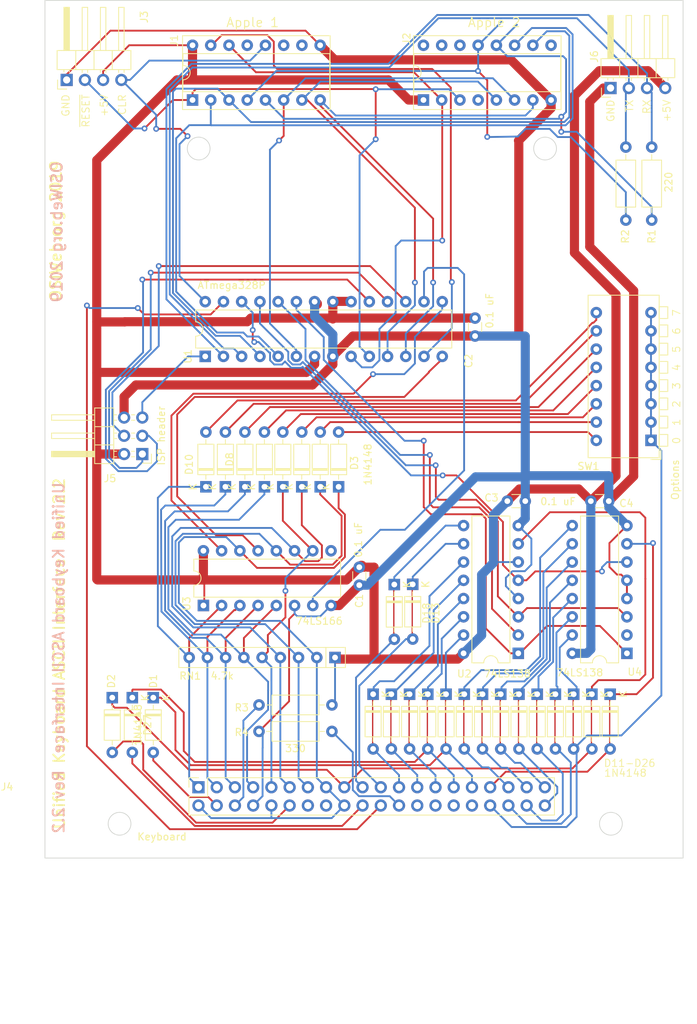
<source format=kicad_pcb>
(kicad_pcb (version 20171130) (host pcbnew "(5.1.5-0-10_14)")
  (title_block (title "Unified Retro Keyboard") (date 2019-12-13) (rev 2.2))
  (layers (0 F.Cu signal) (31 B.Cu signal) (34 B.Paste user) (35 F.Paste user) (36 B.SilkS user) (37 F.SilkS user) (38 B.Mask user) (39 F.Mask user) (44 Edge.Cuts user))
  (net 0 "")
  (net 1 GND)
  (net 2 +5V)
  (net 3 /Row3)
  (net 4 /Row0)
  (net 5 /Row1)
  (net 6 /Row4)
  (net 7 /Row5)
  (net 8 /Row7)
  (net 9 /D7)
  (net 10 /D1)
  (net 11 /D2)
  (net 12 /D3)
  (net 13 /D4)
  (net 14 /D5)
  (net 15 /D6)
  (net 16 /Col0)
  (net 17 /Col1)
  (net 18 /Col2)
  (net 19 /Col3)
  (net 20 /Col4)
  (net 21 /Col5)
  (net 22 /Col6)
  (net 23 /Col7)
  (net 24 /Row6)
  (net 25 /Row2)
  (net 26 /D0)
  (net 27 "Net-(D1-Pad2)")
  (net 28 "Net-(D2-Pad2)")
  (net 29 /CAPS_LED)
  (net 30 "Net-(U1-Pad25)")
  (net 31 "Net-(U1-Pad24)")
  (net 32 "Net-(U1-Pad23)")
  (net 33 /ClrScr)
  (net 34 "Net-(J4-Pad14)")
  (net 35 "Net-(J4-Pad16)")
  (net 36 /~SYS_RESET)
  (net 37 /~STROBE)
  (net 38 "Net-(U1-Pad14)")
  (net 39 "Net-(U1-Pad26)")
  (net 40 "Net-(U1-Pad16)")
  (net 41 "Net-(U1-Pad15)")
  (net 42 /Row10)
  (net 43 /Row9)
  (net 44 /Row8)
  (net 45 /Row15)
  (net 46 /Row14)
  (net 47 /Row13)
  (net 48 /Row12)
  (net 49 /Row11)
  (net 50 "Net-(U3-Pad9)")
  (net 51 /~RESET)
  (net 52 /MOSI)
  (net 53 /SCK)
  (net 54 /MISO)
  (net 55 /Tx)
  (net 56 /Rx)
  (net 57 "Net-(U4-Pad2)")
  (net 58 "Net-(J1-Pad10)")
  (net 59 "Net-(J1-Pad11)")
  (net 60 "Net-(J1-Pad13)")
  (net 61 "Net-(J2-Pad9)")
  (net 62 "Net-(J2-Pad4)")
  (net 63 "Net-(J2-Pad14)")
  (net 64 "Net-(J2-Pad15)")
  (net 65 "Net-(J2-Pad16)")
  (net 66 "Net-(D3-Pad2)")
  (net 67 "Net-(D4-Pad2)")
  (net 68 "Net-(D5-Pad2)")
  (net 69 "Net-(D6-Pad2)")
  (net 70 "Net-(D7-Pad2)")
  (net 71 "Net-(D8-Pad2)")
  (net 72 "Net-(D9-Pad2)")
  (net 73 "Net-(D10-Pad2)")
  (net 74 "Net-(J4-Pad26)")
  (net 75 "Net-(J4-Pad24)")
  (net 76 "Net-(J4-Pad32)")
  (net 77 "Net-(J4-Pad30)")
  (net 78 "Net-(J4-Pad28)")
  (net 79 "Net-(D11-Pad1)")
  (net 80 "Net-(D12-Pad1)")
  (net 81 "Net-(D13-Pad1)")
  (net 82 "Net-(D14-Pad1)")
  (net 83 "Net-(D15-Pad1)")
  (net 84 "Net-(D16-Pad1)")
  (net 85 "Net-(D17-Pad1)")
  (net 86 "Net-(D18-Pad1)")
  (net 87 "Net-(D19-Pad1)")
  (net 88 "Net-(D20-Pad1)")
  (net 89 "Net-(D21-Pad1)")
  (net 90 "Net-(D22-Pad1)")
  (net 91 "Net-(D23-Pad1)")
  (net 92 "Net-(D24-Pad1)")
  (net 93 "Net-(D25-Pad1)")
  (net 94 "Net-(D26-Pad1)")
  (net 95 "Net-(D27-Pad2)")
  (net 96 "Net-(J4-Pad6)")
  (module unikbd:D_DO-35_SOD27_P7.62mm_Horizontal_bypassed (layer F.Cu) (at 222.25 160.0724 270)
    (fp_text reference D26 hide)
    (fp_text value 1N4148 hide)
    (fp_poly (pts (xy 7.239 0.127) (xy 0.381 0.127) (xy 0.381 0) (xy 7.239 0)) (layer F.Cu) (width 0.0508))
    (fp_text user K (at 0 -1.8 90) (layer F.SilkS))
    (fp_text user K (at 0 -1.8 90) (layer F.SilkS))
    (pad 1 thru_hole rect (at 0 0 270) (size 1.6 1.6) (drill 0.8) (layers *.Cu *.Mask) (net 94 "Net-(D26-Pad1)"))
    (pad 2 thru_hole oval (at 7.62 0 270) (size 1.6 1.6) (drill 0.8) (layers *.Cu *.Mask) (net 46 /Row14))
  )
  (module unikbd:D_DO-35_SOD27_P7.62mm_Horizontal_bypassed (layer F.Cu) (at 227.33 160.0724 270)
    (fp_text reference D25 hide)
    (fp_text value 1N4148)
    (fp_poly (pts (xy 7.239 0.127) (xy 0.381 0.127) (xy 0.381 0) (xy 7.239 0)) (layer F.Cu) (width 0.0508))
    (fp_text user K (at 0 -1.8 90) (layer F.SilkS))
    (fp_text user K (at 0 -1.8 90) (layer F.SilkS))
    (pad 1 thru_hole rect (at 0 0 270) (size 1.6 1.6) (drill 0.8) (layers *.Cu *.Mask) (net 93 "Net-(D25-Pad1)"))
    (pad 2 thru_hole oval (at 7.62 0 270) (size 1.6 1.6) (drill 0.8) (layers *.Cu *.Mask) (net 48 /Row12))
  )
  (module unikbd:D_DO-35_SOD27_P7.62mm_Horizontal_bypassed (layer F.Cu) (at 232.41 160.0724 270)
    (fp_text reference D24 hide)
    (fp_text value 1N4148)
    (fp_poly (pts (xy 7.239 0.127) (xy 0.381 0.127) (xy 0.381 0) (xy 7.239 0)) (layer F.Cu) (width 0.0508))
    (fp_text user K (at 0 -1.8 90) (layer F.SilkS))
    (fp_text user K (at 0 -1.8 90) (layer F.SilkS))
    (pad 1 thru_hole rect (at 0 0 270) (size 1.6 1.6) (drill 0.8) (layers *.Cu *.Mask) (net 92 "Net-(D24-Pad1)"))
    (pad 2 thru_hole oval (at 7.62 0 270) (size 1.6 1.6) (drill 0.8) (layers *.Cu *.Mask) (net 42 /Row10))
  )
  (module unikbd:D_DO-35_SOD27_P7.62mm_Horizontal_bypassed (layer F.Cu) (at 237.49 160.0724 270)
    (fp_text reference D23 hide)
    (fp_text value 1N4148)
    (fp_poly (pts (xy 7.239 0.127) (xy 0.381 0.127) (xy 0.381 0) (xy 7.239 0)) (layer F.Cu) (width 0.0508))
    (fp_text user K (at 0 -1.8 90) (layer F.SilkS))
    (fp_text user K (at 0 -1.8 90) (layer F.SilkS))
    (pad 1 thru_hole rect (at 0 0 270) (size 1.6 1.6) (drill 0.8) (layers *.Cu *.Mask) (net 91 "Net-(D23-Pad1)"))
    (pad 2 thru_hole oval (at 7.62 0 270) (size 1.6 1.6) (drill 0.8) (layers *.Cu *.Mask) (net 44 /Row8))
  )
  (module unikbd:D_DO-35_SOD27_P7.62mm_Horizontal_bypassed (layer F.Cu) (at 242.57 160.0724 270)
    (fp_text reference D22 hide)
    (fp_text value 1N4148 hide)
    (fp_poly (pts (xy 7.239 0.127) (xy 0.381 0.127) (xy 0.381 0) (xy 7.239 0)) (layer F.Cu) (width 0.0508))
    (fp_text user K (at 0 -1.8 90) (layer F.SilkS))
    (fp_text user K (at 0 -1.8 90) (layer F.SilkS))
    (pad 1 thru_hole rect (at 0 0 270) (size 1.6 1.6) (drill 0.8) (layers *.Cu *.Mask) (net 90 "Net-(D22-Pad1)"))
    (pad 2 thru_hole oval (at 7.62 0 270) (size 1.6 1.6) (drill 0.8) (layers *.Cu *.Mask) (net 45 /Row15))
  )
  (module unikbd:D_DO-35_SOD27_P7.62mm_Horizontal_bypassed (layer F.Cu) (at 224.79 160.0724 270)
    (fp_text reference D21 hide)
    (fp_text value 1N4148)
    (fp_poly (pts (xy 7.239 0.127) (xy 0.381 0.127) (xy 0.381 0) (xy 7.239 0)) (layer F.Cu) (width 0.0508))
    (fp_text user K (at 0 -1.8 90) (layer F.SilkS))
    (fp_text user K (at 0 -1.8 90) (layer F.SilkS))
    (pad 1 thru_hole rect (at 0 0 270) (size 1.6 1.6) (drill 0.8) (layers *.Cu *.Mask) (net 89 "Net-(D21-Pad1)"))
    (pad 2 thru_hole oval (at 7.62 0 270) (size 1.6 1.6) (drill 0.8) (layers *.Cu *.Mask) (net 47 /Row13))
  )
  (module unikbd:D_DO-35_SOD27_P7.62mm_Horizontal_bypassed (layer F.Cu) (at 229.87 160.0724 270)
    (fp_text reference D20 hide)
    (fp_text value 1N4148)
    (fp_poly (pts (xy 7.239 0.127) (xy 0.381 0.127) (xy 0.381 0) (xy 7.239 0)) (layer F.Cu) (width 0.0508))
    (fp_text user K (at 0 -1.8 90) (layer F.SilkS))
    (fp_text user K (at 0 -1.8 90) (layer F.SilkS))
    (pad 1 thru_hole rect (at 0 0 270) (size 1.6 1.6) (drill 0.8) (layers *.Cu *.Mask) (net 88 "Net-(D20-Pad1)"))
    (pad 2 thru_hole oval (at 7.62 0 270) (size 1.6 1.6) (drill 0.8) (layers *.Cu *.Mask) (net 49 /Row11))
  )
  (module unikbd:D_DO-35_SOD27_P7.62mm_Horizontal_bypassed (layer F.Cu) (at 234.95 160.0724 270)
    (fp_text reference D19 hide)
    (fp_text value 1N4148)
    (fp_poly (pts (xy 7.239 0.127) (xy 0.381 0.127) (xy 0.381 0) (xy 7.239 0)) (layer F.Cu) (width 0.0508))
    (fp_text user K (at 0 -1.8 90) (layer F.SilkS))
    (fp_text user K (at 0 -1.8 90) (layer F.SilkS))
    (pad 1 thru_hole rect (at 0 0 270) (size 1.6 1.6) (drill 0.8) (layers *.Cu *.Mask) (net 87 "Net-(D19-Pad1)"))
    (pad 2 thru_hole oval (at 7.62 0 270) (size 1.6 1.6) (drill 0.8) (layers *.Cu *.Mask) (net 43 /Row9))
  )
  (module unikbd:D_DO-35_SOD27_P7.62mm_Horizontal_bypassed (layer F.Cu) (at 212.4988 144.807 270)
    (fp_text reference D18 (at 3.9878 -4.4958 90) (layer F.SilkS))
    (fp_text value 1N4148)
    (fp_poly (pts (xy 7.239 0.127) (xy 0.381 0.127) (xy 0.381 0) (xy 7.239 0)) (layer F.Cu) (width 0.0508))
    (fp_text user K (at 0 -1.8 90) (layer F.SilkS))
    (fp_text user K (at 0 -1.8 90) (layer F.SilkS))
    (pad 1 thru_hole rect (at 0 0 270) (size 1.6 1.6) (drill 0.8) (layers *.Cu *.Mask) (net 86 "Net-(D18-Pad1)"))
    (pad 2 thru_hole oval (at 7.62 0 270) (size 1.6 1.6) (drill 0.8) (layers *.Cu *.Mask) (net 24 /Row6))
  )
  (module unikbd:D_DO-35_SOD27_P7.62mm_Horizontal_bypassed (layer F.Cu) (at 209.55 160.0724 270)
    (fp_text reference D17 hide)
    (fp_text value 1N4148)
    (fp_poly (pts (xy 7.239 0.127) (xy 0.381 0.127) (xy 0.381 0) (xy 7.239 0)) (layer F.Cu) (width 0.0508))
    (fp_text user K (at 0 -1.8 90) (layer F.SilkS))
    (fp_text user K (at 0 -1.8 90) (layer F.SilkS))
    (pad 1 thru_hole rect (at 0 0 270) (size 1.6 1.6) (drill 0.8) (layers *.Cu *.Mask) (net 85 "Net-(D17-Pad1)"))
    (pad 2 thru_hole oval (at 7.62 0 270) (size 1.6 1.6) (drill 0.8) (layers *.Cu *.Mask) (net 6 /Row4))
  )
  (module unikbd:D_DO-35_SOD27_P7.62mm_Horizontal_bypassed (layer F.Cu) (at 214.63 160.0724 270)
    (fp_text reference D16 hide)
    (fp_text value 1N4148)
    (fp_poly (pts (xy 7.239 0.127) (xy 0.381 0.127) (xy 0.381 0) (xy 7.239 0)) (layer F.Cu) (width 0.0508))
    (fp_text user K (at 0 -1.8 90) (layer F.SilkS))
    (fp_text user K (at 0 -1.8 90) (layer F.SilkS))
    (pad 1 thru_hole rect (at 0 0 270) (size 1.6 1.6) (drill 0.8) (layers *.Cu *.Mask) (net 84 "Net-(D16-Pad1)"))
    (pad 2 thru_hole oval (at 7.62 0 270) (size 1.6 1.6) (drill 0.8) (layers *.Cu *.Mask) (net 25 /Row2))
  )
  (module unikbd:D_DO-35_SOD27_P7.62mm_Horizontal_bypassed (layer F.Cu) (at 219.71 160.0724 270)
    (fp_text reference D15 hide)
    (fp_text value 1N4148)
    (fp_poly (pts (xy 7.239 0.127) (xy 0.381 0.127) (xy 0.381 0) (xy 7.239 0)) (layer F.Cu) (width 0.0508))
    (fp_text user K (at 0 -1.8 90) (layer F.SilkS))
    (fp_text user K (at 0 -1.8 90) (layer F.SilkS))
    (pad 1 thru_hole rect (at 0 0 270) (size 1.6 1.6) (drill 0.8) (layers *.Cu *.Mask) (net 83 "Net-(D15-Pad1)"))
    (pad 2 thru_hole oval (at 7.62 0 270) (size 1.6 1.6) (drill 0.8) (layers *.Cu *.Mask) (net 4 /Row0))
  )
  (module unikbd:D_DO-35_SOD27_P7.62mm_Horizontal_bypassed (layer F.Cu) (at 240.03 160.0724 270)
    (fp_text reference D14 hide)
    (fp_text value 1N4148)
    (fp_poly (pts (xy 7.239 0.127) (xy 0.381 0.127) (xy 0.381 0) (xy 7.239 0)) (layer F.Cu) (width 0.0508))
    (fp_text user K (at 0 -1.8 90) (layer F.SilkS))
    (fp_text user K (at 0 -1.8 90) (layer F.SilkS))
    (pad 1 thru_hole rect (at 0 0 270) (size 1.6 1.6) (drill 0.8) (layers *.Cu *.Mask) (net 82 "Net-(D14-Pad1)"))
    (pad 2 thru_hole oval (at 7.62 0 270) (size 1.6 1.6) (drill 0.8) (layers *.Cu *.Mask) (net 8 /Row7))
  )
  (module unikbd:D_DO-35_SOD27_P7.62mm_Horizontal_bypassed (layer F.Cu) (at 215.0642 144.7816 270)
    (fp_text reference D13 (at 4.0132 -3.2004 90) (layer F.SilkS))
    (fp_text value 1N4148)
    (fp_poly (pts (xy 7.239 0.127) (xy 0.381 0.127) (xy 0.381 0) (xy 7.239 0)) (layer F.Cu) (width 0.0508))
    (fp_text user K (at 0 -1.8 90) (layer F.SilkS))
    (fp_text user K (at 0 -1.8 90) (layer F.SilkS))
    (pad 1 thru_hole rect (at 0 0 270) (size 1.6 1.6) (drill 0.8) (layers *.Cu *.Mask) (net 81 "Net-(D13-Pad1)"))
    (pad 2 thru_hole oval (at 7.62 0 270) (size 1.6 1.6) (drill 0.8) (layers *.Cu *.Mask) (net 7 /Row5))
  )
  (module unikbd:D_DO-35_SOD27_P7.62mm_Horizontal_bypassed (layer F.Cu) (at 212.09 160.0724 270)
    (fp_text reference D12 hide)
    (fp_text value 1N4148)
    (fp_poly (pts (xy 7.239 0.127) (xy 0.381 0.127) (xy 0.381 0) (xy 7.239 0)) (layer F.Cu) (width 0.0508))
    (fp_text user K (at 0 -1.8 90) (layer F.SilkS))
    (fp_text user K (at 0 -1.8 90) (layer F.SilkS))
    (pad 1 thru_hole rect (at 0 0 270) (size 1.6 1.6) (drill 0.8) (layers *.Cu *.Mask) (net 80 "Net-(D12-Pad1)"))
    (pad 2 thru_hole oval (at 7.62 0 270) (size 1.6 1.6) (drill 0.8) (layers *.Cu *.Mask) (net 3 /Row3))
  )
  (module unikbd:D_DO-35_SOD27_P7.62mm_Horizontal_bypassed (layer F.Cu) (at 217.17 160.0724 270)
    (fp_text reference D11 hide)
    (fp_text value 1N4148)
    (fp_poly (pts (xy 7.239 0.127) (xy 0.381 0.127) (xy 0.381 0) (xy 7.239 0)) (layer F.Cu) (width 0.0508))
    (fp_text user K (at 0 -1.8 90) (layer F.SilkS))
    (fp_text user K (at 0 -1.8 90) (layer F.SilkS))
    (pad 1 thru_hole rect (at 0 0 270) (size 1.6 1.6) (drill 0.8) (layers *.Cu *.Mask) (net 79 "Net-(D11-Pad1)"))
    (pad 2 thru_hole oval (at 7.62 0 270) (size 1.6 1.6) (drill 0.8) (layers *.Cu *.Mask) (net 5 /Row1))
  )
  (module Resistor_THT:R_Axial_DIN0207_L6.3mm_D2.5mm_P10.16mm_Horizontal (layer F.Cu) (at 193.652 165.254)
    (fp_text reference R4 (at -2.413 0.127) (layer F.SilkS))
    (fp_text value 330 (at 5.08 2.37) (layer F.SilkS))
    (pad 2 thru_hole oval (at 10.16 0) (size 1.6 1.6) (drill 0.8) (layers *.Cu *.Mask) (net 75 "Net-(J4-Pad24)"))
    (pad 1 thru_hole circle (at 0 0) (size 1.6 1.6) (drill 0.8) (layers *.Cu *.Mask) (net 1 GND))
  )
  (module Resistor_THT:R_Axial_DIN0207_L6.3mm_D2.5mm_P10.16mm_Horizontal (layer F.Cu) (at 203.812 161.571 180)
    (fp_text reference R3 (at 12.573 -0.381) (layer F.SilkS))
    (fp_text value 330)
    (pad 2 thru_hole oval (at 10.16 0 180) (size 1.6 1.6) (drill 0.8) (layers *.Cu *.Mask) (net 96 "Net-(J4-Pad6)"))
    (pad 1 thru_hole circle (at 0 0 180) (size 1.6 1.6) (drill 0.8) (layers *.Cu *.Mask) (net 2 +5V))
  )
  (module Diode_THT:D_DO-35_SOD27_P7.62mm_Horizontal (layer F.Cu) (at 175.999 160.555 270)
    (fp_text reference D27 (at 3.81 -2.12 90) (layer F.SilkS))
    (fp_text value 1N4148)
    (fp_text user K (at 0 -1.8 90) (layer F.SilkS))
    (pad 2 thru_hole oval (at 7.62 0 270) (size 1.6 1.6) (drill 0.8) (layers *.Cu *.Mask) (net 95 "Net-(D27-Pad2)"))
    (pad 1 thru_hole rect (at 0 0 270) (size 1.6 1.6) (drill 0.8) (layers *.Cu *.Mask) (net 5 /Row1))
  )
  (module unikbd:PinHeader_2x20_P2.54mm_Vertical (layer F.Cu) (at 185.397 175.5918 90)
    (fp_text reference J4 (at 2.6162 -26.8478 180) (layer F.SilkS))
    (fp_text value Keyboard (at -4.318 -5.2578 180) (layer F.SilkS))
    (pad 40 thru_hole oval (at 0.0254 48.0822 90) (size 1.7 1.7) (drill 1) (layers *.Cu *.Mask) (net 49 /Row11))
    (pad 39 thru_hole oval (at 2.5654 48.0822 90) (size 1.7 1.7) (drill 1) (layers *.Cu *.Mask) (net 48 /Row12))
    (pad 38 thru_hole oval (at 0.0254 45.5422 90) (size 1.7 1.7) (drill 1) (layers *.Cu *.Mask) (net 42 /Row10))
    (pad 37 thru_hole oval (at 2.5654 45.5422 90) (size 1.7 1.7) (drill 1) (layers *.Cu *.Mask) (net 47 /Row13))
    (pad 36 thru_hole oval (at 0.0254 43.0022 90) (size 1.7 1.7) (drill 1) (layers *.Cu *.Mask) (net 43 /Row9))
    (pad 35 thru_hole oval (at 2.5654 43.0022 90) (size 1.7 1.7) (drill 1) (layers *.Cu *.Mask) (net 46 /Row14))
    (pad 34 thru_hole oval (at 0.0254 40.4622 90) (size 1.7 1.7) (drill 1) (layers *.Cu *.Mask) (net 44 /Row8))
    (pad 33 thru_hole oval (at 2.5654 40.4622 90) (size 1.7 1.7) (drill 1) (layers *.Cu *.Mask) (net 45 /Row15))
    (pad 32 thru_hole oval (at 0.0254 37.9222 90) (size 1.7 1.7) (drill 1) (layers *.Cu *.Mask) (net 76 "Net-(J4-Pad32)"))
    (pad 31 thru_hole oval (at 2.5654 37.9222 90) (size 1.7 1.7) (drill 1) (layers *.Cu *.Mask) (net 4 /Row0))
    (pad 30 thru_hole oval (at 0.0254 35.3822 90) (size 1.7 1.7) (drill 1) (layers *.Cu *.Mask) (net 77 "Net-(J4-Pad30)"))
    (pad 29 thru_hole oval (at 2.5654 35.3822 90) (size 1.7 1.7) (drill 1) (layers *.Cu *.Mask) (net 5 /Row1))
    (pad 28 thru_hole oval (at 0.0254 32.8422 90) (size 1.7 1.7) (drill 1) (layers *.Cu *.Mask) (net 78 "Net-(J4-Pad28)"))
    (pad 27 thru_hole oval (at 2.5654 32.8422 90) (size 1.7 1.7) (drill 1) (layers *.Cu *.Mask) (net 25 /Row2))
    (pad 26 thru_hole oval (at 0.0254 30.3022 90) (size 1.7 1.7) (drill 1) (layers *.Cu *.Mask) (net 74 "Net-(J4-Pad26)"))
    (pad 25 thru_hole oval (at 2.5654 30.3022 90) (size 1.7 1.7) (drill 1) (layers *.Cu *.Mask) (net 3 /Row3))
    (pad 24 thru_hole oval (at 0.0254 27.7622 90) (size 1.7 1.7) (drill 1) (layers *.Cu *.Mask) (net 75 "Net-(J4-Pad24)"))
    (pad 23 thru_hole oval (at 2.5654 27.7622 90) (size 1.7 1.7) (drill 1) (layers *.Cu *.Mask) (net 6 /Row4))
    (pad 22 thru_hole oval (at 0.0254 25.2222 90) (size 1.7 1.7) (drill 1) (layers *.Cu *.Mask) (net 29 /CAPS_LED))
    (pad 21 thru_hole oval (at 2.5654 25.2222 90) (size 1.7 1.7) (drill 1) (layers *.Cu *.Mask) (net 7 /Row5))
    (pad 20 thru_hole oval (at 0.0254 22.6822 90) (size 1.7 1.7) (drill 1) (layers *.Cu *.Mask) (net 95 "Net-(D27-Pad2)"))
    (pad 19 thru_hole oval (at 2.5654 22.6822 90) (size 1.7 1.7) (drill 1) (layers *.Cu *.Mask) (net 24 /Row6))
    (pad 18 thru_hole oval (at 0.0254 20.1422 90) (size 1.7 1.7) (drill 1) (layers *.Cu *.Mask) (net 16 /Col0))
    (pad 17 thru_hole oval (at 2.5654 20.1422 90) (size 1.7 1.7) (drill 1) (layers *.Cu *.Mask) (net 8 /Row7))
    (pad 16 thru_hole oval (at 0.0254 17.6022 90) (size 1.7 1.7) (drill 1) (layers *.Cu *.Mask) (net 35 "Net-(J4-Pad16)"))
    (pad 15 thru_hole oval (at 2.5654 17.6022 90) (size 1.7 1.7) (drill 1) (layers *.Cu *.Mask) (net 16 /Col0))
    (pad 14 thru_hole oval (at 0.0254 15.0622 90) (size 1.7 1.7) (drill 1) (layers *.Cu *.Mask) (net 34 "Net-(J4-Pad14)"))
    (pad 13 thru_hole oval (at 2.5654 15.0622 90) (size 1.7 1.7) (drill 1) (layers *.Cu *.Mask) (net 17 /Col1))
    (pad 12 thru_hole oval (at 0.0254 12.5222 90) (size 1.7 1.7) (drill 1) (layers *.Cu *.Mask) (net 28 "Net-(D2-Pad2)"))
    (pad 11 thru_hole oval (at 2.5654 12.5222 90) (size 1.7 1.7) (drill 1) (layers *.Cu *.Mask) (net 18 /Col2))
    (pad 10 thru_hole oval (at 0.0254 9.9822 90) (size 1.7 1.7) (drill 1) (layers *.Cu *.Mask) (net 16 /Col0))
    (pad 9 thru_hole oval (at 2.5654 9.9822 90) (size 1.7 1.7) (drill 1) (layers *.Cu *.Mask) (net 19 /Col3))
    (pad 8 thru_hole oval (at 0.0254 7.4422 90) (size 1.7 1.7) (drill 1) (layers *.Cu *.Mask) (net 1 GND))
    (pad 7 thru_hole oval (at 2.5654 7.4422 90) (size 1.7 1.7) (drill 1) (layers *.Cu *.Mask) (net 20 /Col4))
    (pad 6 thru_hole oval (at 0.0254 4.9022 90) (size 1.7 1.7) (drill 1) (layers *.Cu *.Mask) (net 96 "Net-(J4-Pad6)"))
    (pad 5 thru_hole oval (at 2.5654 4.9022 90) (size 1.7 1.7) (drill 1) (layers *.Cu *.Mask) (net 21 /Col5))
    (pad 4 thru_hole oval (at 0.0254 2.3622 90) (size 1.7 1.7) (drill 1) (layers *.Cu *.Mask) (net 27 "Net-(D1-Pad2)"))
    (pad 3 thru_hole oval (at 2.5654 2.3622 90) (size 1.7 1.7) (drill 1) (layers *.Cu *.Mask) (net 22 /Col6))
    (pad 2 thru_hole oval (at 0.0254 -0.1778 90) (size 1.7 1.7) (drill 1) (layers *.Cu *.Mask) (net 16 /Col0))
    (pad 1 thru_hole rect (at 2.5654 -0.1778 90) (size 1.7 1.7) (drill 1) (layers *.Cu *.Mask) (net 23 /Col7))
  )
  (module Connector_PinHeader_2.54mm:PinHeader_1x04_P2.54mm_Horizontal (layer F.Cu) (at 242.62828 75.70376 90)
    (fp_text reference J6 (at 4.385 -2.27 90) (layer F.SilkS))
    (fp_text value UART)
    (pad 4 thru_hole oval (at 0 7.62 90) (size 1.7 1.7) (drill 1) (layers *.Cu *.Mask) (net 2 +5V))
    (pad 3 thru_hole oval (at 0 5.08 90) (size 1.7 1.7) (drill 1) (layers *.Cu *.Mask) (net 56 /Rx))
    (pad 2 thru_hole oval (at 0 2.54 90) (size 1.7 1.7) (drill 1) (layers *.Cu *.Mask) (net 55 /Tx))
    (pad 1 thru_hole rect (at 0 0 90) (size 1.7 1.7) (drill 1) (layers *.Cu *.Mask) (net 1 GND))
  )
  (module Button_Switch_THT:SW_DIP_SPSTx08_Piano_CTS_Series194-8MSTN_W7.62mm_P2.54mm (layer F.Cu) (at 248.262 124.741 180)
    (fp_text reference SW1 (at 8.7122 -3.6068) (layer F.SilkS))
    (fp_text value Options (at -3.3782 -5.4864 90) (layer F.SilkS))
    (pad 1 thru_hole rect (at 0 0 180) (size 1.6 1.6) (drill 0.8) (layers *.Cu *.Mask) (net 44 /Row8))
    (pad 9 thru_hole oval (at 7.62 17.78 180) (size 1.6 1.6) (drill 0.8) (layers *.Cu *.Mask) (net 73 "Net-(D10-Pad2)"))
    (pad 2 thru_hole oval (at 0 2.54 180) (size 1.6 1.6) (drill 0.8) (layers *.Cu *.Mask) (net 44 /Row8))
    (pad 10 thru_hole oval (at 7.62 15.24 180) (size 1.6 1.6) (drill 0.8) (layers *.Cu *.Mask) (net 72 "Net-(D9-Pad2)"))
    (pad 3 thru_hole oval (at 0 5.08 180) (size 1.6 1.6) (drill 0.8) (layers *.Cu *.Mask) (net 44 /Row8))
    (pad 11 thru_hole oval (at 7.62 12.7 180) (size 1.6 1.6) (drill 0.8) (layers *.Cu *.Mask) (net 71 "Net-(D8-Pad2)"))
    (pad 4 thru_hole oval (at 0 7.62 180) (size 1.6 1.6) (drill 0.8) (layers *.Cu *.Mask) (net 44 /Row8))
    (pad 12 thru_hole oval (at 7.62 10.16 180) (size 1.6 1.6) (drill 0.8) (layers *.Cu *.Mask) (net 70 "Net-(D7-Pad2)"))
    (pad 5 thru_hole oval (at 0 10.16 180) (size 1.6 1.6) (drill 0.8) (layers *.Cu *.Mask) (net 44 /Row8))
    (pad 13 thru_hole oval (at 7.62 7.62 180) (size 1.6 1.6) (drill 0.8) (layers *.Cu *.Mask) (net 69 "Net-(D6-Pad2)"))
    (pad 6 thru_hole oval (at 0 12.7 180) (size 1.6 1.6) (drill 0.8) (layers *.Cu *.Mask) (net 44 /Row8))
    (pad 14 thru_hole oval (at 7.62 5.08 180) (size 1.6 1.6) (drill 0.8) (layers *.Cu *.Mask) (net 68 "Net-(D5-Pad2)"))
    (pad 7 thru_hole oval (at 0 15.24 180) (size 1.6 1.6) (drill 0.8) (layers *.Cu *.Mask) (net 44 /Row8))
    (pad 15 thru_hole oval (at 7.62 2.54 180) (size 1.6 1.6) (drill 0.8) (layers *.Cu *.Mask) (net 67 "Net-(D4-Pad2)"))
    (pad 8 thru_hole oval (at 0 17.78 180) (size 1.6 1.6) (drill 0.8) (layers *.Cu *.Mask) (net 44 /Row8))
    (pad 16 thru_hole oval (at 7.62 0 180) (size 1.6 1.6) (drill 0.8) (layers *.Cu *.Mask) (net 66 "Net-(D3-Pad2)"))
  )
  (module Diode_THT:D_DO-35_SOD27_P7.62mm_Horizontal (layer F.Cu) (at 186.25044 131.20784 90)
    (fp_text reference D10 (at 3.11404 -2.3368 90) (layer F.SilkS))
    (fp_text value 1N4148 hide)
    (fp_text user K (at 0 -1.8 90) (layer F.SilkS))
    (pad 2 thru_hole oval (at 7.62 0 90) (size 1.6 1.6) (drill 0.8) (layers *.Cu *.Mask) (net 73 "Net-(D10-Pad2)"))
    (pad 1 thru_hole rect (at 0 0 90) (size 1.6 1.6) (drill 0.8) (layers *.Cu *.Mask) (net 23 /Col7))
  )
  (module Diode_THT:D_DO-35_SOD27_P7.62mm_Horizontal (layer F.Cu) (at 191.68604 131.20784 90)
    (fp_text reference D8 (at 3.81 -2.12 90) (layer F.SilkS))
    (fp_text value 1N4148 hide)
    (fp_text user K (at 0 -1.8 90) (layer F.SilkS))
    (pad 2 thru_hole oval (at 7.62 0 90) (size 1.6 1.6) (drill 0.8) (layers *.Cu *.Mask) (net 71 "Net-(D8-Pad2)"))
    (pad 1 thru_hole rect (at 0 0 90) (size 1.6 1.6) (drill 0.8) (layers *.Cu *.Mask) (net 21 /Col5))
  )
  (module Diode_THT:D_DO-35_SOD27_P7.62mm_Horizontal (layer F.Cu) (at 196.96924 131.20784 90)
    (fp_text reference D6 hide)
    (fp_text value 1N4148 hide)
    (fp_text user K (at 0 -1.8 90) (layer F.SilkS))
    (pad 2 thru_hole oval (at 7.62 0 90) (size 1.6 1.6) (drill 0.8) (layers *.Cu *.Mask) (net 69 "Net-(D6-Pad2)"))
    (pad 1 thru_hole rect (at 0 0 90) (size 1.6 1.6) (drill 0.8) (layers *.Cu *.Mask) (net 19 /Col3))
  )
  (module Diode_THT:D_DO-35_SOD27_P7.62mm_Horizontal (layer F.Cu) (at 202.17624 131.20784 90)
    (fp_text reference D4 hide)
    (fp_text value 1N4148 hide)
    (fp_text user K (at 0 -1.8 90) (layer F.SilkS))
    (pad 2 thru_hole oval (at 7.62 0 90) (size 1.6 1.6) (drill 0.8) (layers *.Cu *.Mask) (net 67 "Net-(D4-Pad2)"))
    (pad 1 thru_hole rect (at 0 0 90) (size 1.6 1.6) (drill 0.8) (layers *.Cu *.Mask) (net 17 /Col1))
  )
  (module Diode_THT:D_DO-35_SOD27_P7.62mm_Horizontal (layer F.Cu) (at 188.96824 131.20784 90)
    (fp_text reference D9 hide)
    (fp_text value 1N4148 hide)
    (fp_text user K (at 0 -1.8 90) (layer F.SilkS))
    (pad 2 thru_hole oval (at 7.62 0 90) (size 1.6 1.6) (drill 0.8) (layers *.Cu *.Mask) (net 72 "Net-(D9-Pad2)"))
    (pad 1 thru_hole rect (at 0 0 90) (size 1.6 1.6) (drill 0.8) (layers *.Cu *.Mask) (net 22 /Col6))
  )
  (module Diode_THT:D_DO-35_SOD27_P7.62mm_Horizontal (layer F.Cu) (at 194.40384 131.20784 90)
    (fp_text reference D7 hide)
    (fp_text value 1N4148 hide)
    (fp_text user K (at 0 -1.8 90) (layer F.SilkS))
    (pad 2 thru_hole oval (at 7.62 0 90) (size 1.6 1.6) (drill 0.8) (layers *.Cu *.Mask) (net 70 "Net-(D7-Pad2)"))
    (pad 1 thru_hole rect (at 0 0 90) (size 1.6 1.6) (drill 0.8) (layers *.Cu *.Mask) (net 20 /Col4))
  )
  (module Diode_THT:D_DO-35_SOD27_P7.62mm_Horizontal (layer F.Cu) (at 199.61084 131.20784 90)
    (fp_text reference D5 hide)
    (fp_text value 1N4148 hide)
    (fp_text user K (at 0 -1.8 90) (layer F.SilkS))
    (pad 2 thru_hole oval (at 7.62 0 90) (size 1.6 1.6) (drill 0.8) (layers *.Cu *.Mask) (net 68 "Net-(D5-Pad2)"))
    (pad 1 thru_hole rect (at 0 0 90) (size 1.6 1.6) (drill 0.8) (layers *.Cu *.Mask) (net 18 /Col2))
  )
  (module Diode_THT:D_DO-35_SOD27_P7.62mm_Horizontal (layer F.Cu) (at 204.74164 131.20784 90)
    (fp_text reference D3 (at 3.31724 2.19456 90) (layer F.SilkS))
    (fp_text value 1N4148 (at 3.11404 4.07416 90) (layer F.SilkS))
    (fp_text user K (at 0 -1.8 90) (layer F.SilkS))
    (pad 2 thru_hole oval (at 7.62 0 90) (size 1.6 1.6) (drill 0.8) (layers *.Cu *.Mask) (net 66 "Net-(D3-Pad2)"))
    (pad 1 thru_hole rect (at 0 0 90) (size 1.6 1.6) (drill 0.8) (layers *.Cu *.Mask) (net 16 /Col0))
  )
  (module Connector_PinHeader_2.54mm:PinHeader_2x03_P2.54mm_Horizontal (layer F.Cu) (at 177.396 126.646 180)
    (fp_text reference J5 (at 4.4958 -3.4036) (layer F.SilkS))
    (fp_text value "ISP header" (at -2.6416 2.54 90) (layer F.SilkS))
    (pad 6 thru_hole oval (at 2.54 5.08 180) (size 1.7 1.7) (drill 1) (layers *.Cu *.Mask) (net 1 GND))
    (pad 5 thru_hole oval (at 0 5.08 180) (size 1.7 1.7) (drill 1) (layers *.Cu *.Mask) (net 51 /~RESET))
    (pad 4 thru_hole oval (at 2.54 2.54 180) (size 1.7 1.7) (drill 1) (layers *.Cu *.Mask) (net 52 /MOSI))
    (pad 3 thru_hole oval (at 0 2.54 180) (size 1.7 1.7) (drill 1) (layers *.Cu *.Mask) (net 53 /SCK))
    (pad 2 thru_hole oval (at 2.54 0 180) (size 1.7 1.7) (drill 1) (layers *.Cu *.Mask) (net 2 +5V))
    (pad 1 thru_hole rect (at 0 0 180) (size 1.7 1.7) (drill 1) (layers *.Cu *.Mask) (net 54 /MISO))
  )
  (module Capacitor_THT:C_Disc_D3.0mm_W1.6mm_P2.50mm (layer F.Cu) (at 228.2468 133.1992)
    (fp_text reference C3 (at -2.2098 -0.4572) (layer F.SilkS))
    (fp_text value "0.1 uF" (at 7.0612 0.0508) (layer F.SilkS))
    (pad 2 thru_hole circle (at 2.5 0) (size 1.6 1.6) (drill 0.8) (layers *.Cu *.Mask) (net 1 GND))
    (pad 1 thru_hole circle (at 0 0) (size 1.6 1.6) (drill 0.8) (layers *.Cu *.Mask) (net 2 +5V))
  )
  (module Capacitor_THT:C_Disc_D3.0mm_W1.6mm_P2.50mm (layer F.Cu) (at 239.88 133.1992)
    (fp_text reference C4 (at 4.953 0.3048) (layer F.SilkS))
    (fp_text value "0.1 uF" hide)
    (pad 2 thru_hole circle (at 2.5 0) (size 1.6 1.6) (drill 0.8) (layers *.Cu *.Mask) (net 1 GND))
    (pad 1 thru_hole circle (at 0 0) (size 1.6 1.6) (drill 0.8) (layers *.Cu *.Mask) (net 2 +5V))
  )
  (module Capacitor_THT:C_Disc_D3.0mm_W1.6mm_P2.50mm (layer F.Cu) (at 223.751 107.723 270)
    (fp_text reference C2 (at 5.969 0.889 90) (layer F.SilkS))
    (fp_text value "0.1 uF" (at -1.016 -2.032 90) (layer F.SilkS))
    (pad 2 thru_hole circle (at 2.5 0 270) (size 1.6 1.6) (drill 0.8) (layers *.Cu *.Mask) (net 1 GND))
    (pad 1 thru_hole circle (at 0 0 270) (size 1.6 1.6) (drill 0.8) (layers *.Cu *.Mask) (net 2 +5V))
  )
  (module Capacitor_THT:C_Disc_D3.0mm_W1.6mm_P2.50mm (layer F.Cu) (at 207.622 142.394 270)
    (fp_text reference C1 (at 4.699 0 90) (layer F.SilkS))
    (fp_text value "0.1 uF" (at -3.81 0.127 90) (layer F.SilkS))
    (pad 2 thru_hole circle (at 2.5 0 270) (size 1.6 1.6) (drill 0.8) (layers *.Cu *.Mask) (net 1 GND))
    (pad 1 thru_hole circle (at 0 0 270) (size 1.6 1.6) (drill 0.8) (layers *.Cu *.Mask) (net 2 +5V))
  )
  (module Package_DIP:DIP-16_W7.62mm (layer F.Cu) (at 244.9092 154.3828 180)
    (fp_text reference U4 (at -1.0922 -2.5908) (layer F.SilkS))
    (fp_text value 74LS138 (at 6.5786 -2.6924) (layer F.SilkS))
    (pad 16 thru_hole oval (at 7.62 0 180) (size 1.6 1.6) (drill 0.8) (layers *.Cu *.Mask) (net 2 +5V))
    (pad 8 thru_hole oval (at 0 17.78 180) (size 1.6 1.6) (drill 0.8) (layers *.Cu *.Mask) (net 1 GND))
    (pad 15 thru_hole oval (at 7.62 2.54 180) (size 1.6 1.6) (drill 0.8) (layers *.Cu *.Mask) (net 91 "Net-(D23-Pad1)"))
    (pad 7 thru_hole oval (at 0 15.24 180) (size 1.6 1.6) (drill 0.8) (layers *.Cu *.Mask) (net 90 "Net-(D22-Pad1)"))
    (pad 14 thru_hole oval (at 7.62 5.08 180) (size 1.6 1.6) (drill 0.8) (layers *.Cu *.Mask) (net 87 "Net-(D19-Pad1)"))
    (pad 6 thru_hole oval (at 0 12.7 180) (size 1.6 1.6) (drill 0.8) (layers *.Cu *.Mask) (net 39 "Net-(U1-Pad26)"))
    (pad 13 thru_hole oval (at 7.62 7.62 180) (size 1.6 1.6) (drill 0.8) (layers *.Cu *.Mask) (net 92 "Net-(D24-Pad1)"))
    (pad 5 thru_hole oval (at 0 10.16 180) (size 1.6 1.6) (drill 0.8) (layers *.Cu *.Mask) (net 1 GND))
    (pad 12 thru_hole oval (at 7.62 10.16 180) (size 1.6 1.6) (drill 0.8) (layers *.Cu *.Mask) (net 88 "Net-(D20-Pad1)"))
    (pad 4 thru_hole oval (at 0 7.62 180) (size 1.6 1.6) (drill 0.8) (layers *.Cu *.Mask) (net 1 GND))
    (pad 11 thru_hole oval (at 7.62 12.7 180) (size 1.6 1.6) (drill 0.8) (layers *.Cu *.Mask) (net 93 "Net-(D25-Pad1)"))
    (pad 3 thru_hole oval (at 0 5.08 180) (size 1.6 1.6) (drill 0.8) (layers *.Cu *.Mask) (net 30 "Net-(U1-Pad25)"))
    (pad 10 thru_hole oval (at 7.62 15.24 180) (size 1.6 1.6) (drill 0.8) (layers *.Cu *.Mask) (net 89 "Net-(D21-Pad1)"))
    (pad 2 thru_hole oval (at 0 2.54 180) (size 1.6 1.6) (drill 0.8) (layers *.Cu *.Mask) (net 57 "Net-(U4-Pad2)"))
    (pad 9 thru_hole oval (at 7.62 17.78 180) (size 1.6 1.6) (drill 0.8) (layers *.Cu *.Mask) (net 94 "Net-(D26-Pad1)"))
    (pad 1 thru_hole rect (at 0 0 180) (size 1.6 1.6) (drill 0.8) (layers *.Cu *.Mask) (net 32 "Net-(U1-Pad23)"))
  )
  (module Package_DIP:DIP-16_W7.62mm (layer F.Cu) (at 229.7708 154.3828 180)
    (fp_text reference U2 (at 7.5184 -2.8448) (layer F.SilkS))
    (fp_text value 74LS138 (at 1.524 -2.8448) (layer F.SilkS))
    (pad 16 thru_hole oval (at 7.62 0 180) (size 1.6 1.6) (drill 0.8) (layers *.Cu *.Mask) (net 2 +5V))
    (pad 8 thru_hole oval (at 0 17.78 180) (size 1.6 1.6) (drill 0.8) (layers *.Cu *.Mask) (net 1 GND))
    (pad 15 thru_hole oval (at 7.62 2.54 180) (size 1.6 1.6) (drill 0.8) (layers *.Cu *.Mask) (net 83 "Net-(D15-Pad1)"))
    (pad 7 thru_hole oval (at 0 15.24 180) (size 1.6 1.6) (drill 0.8) (layers *.Cu *.Mask) (net 82 "Net-(D14-Pad1)"))
    (pad 14 thru_hole oval (at 7.62 5.08 180) (size 1.6 1.6) (drill 0.8) (layers *.Cu *.Mask) (net 79 "Net-(D11-Pad1)"))
    (pad 6 thru_hole oval (at 0 12.7 180) (size 1.6 1.6) (drill 0.8) (layers *.Cu *.Mask) (net 2 +5V))
    (pad 13 thru_hole oval (at 7.62 7.62 180) (size 1.6 1.6) (drill 0.8) (layers *.Cu *.Mask) (net 84 "Net-(D16-Pad1)"))
    (pad 5 thru_hole oval (at 0 10.16 180) (size 1.6 1.6) (drill 0.8) (layers *.Cu *.Mask) (net 39 "Net-(U1-Pad26)"))
    (pad 12 thru_hole oval (at 7.62 10.16 180) (size 1.6 1.6) (drill 0.8) (layers *.Cu *.Mask) (net 80 "Net-(D12-Pad1)"))
    (pad 4 thru_hole oval (at 0 7.62 180) (size 1.6 1.6) (drill 0.8) (layers *.Cu *.Mask) (net 1 GND))
    (pad 11 thru_hole oval (at 7.62 12.7 180) (size 1.6 1.6) (drill 0.8) (layers *.Cu *.Mask) (net 85 "Net-(D17-Pad1)"))
    (pad 3 thru_hole oval (at 0 5.08 180) (size 1.6 1.6) (drill 0.8) (layers *.Cu *.Mask) (net 30 "Net-(U1-Pad25)"))
    (pad 10 thru_hole oval (at 7.62 15.24 180) (size 1.6 1.6) (drill 0.8) (layers *.Cu *.Mask) (net 81 "Net-(D13-Pad1)"))
    (pad 2 thru_hole oval (at 0 2.54 180) (size 1.6 1.6) (drill 0.8) (layers *.Cu *.Mask) (net 31 "Net-(U1-Pad24)"))
    (pad 9 thru_hole oval (at 7.62 17.78 180) (size 1.6 1.6) (drill 0.8) (layers *.Cu *.Mask) (net 86 "Net-(D18-Pad1)"))
    (pad 1 thru_hole rect (at 0 0 180) (size 1.6 1.6) (drill 0.8) (layers *.Cu *.Mask) (net 32 "Net-(U1-Pad23)"))
  )
  (module Resistor_THT:R_Axial_DIN0207_L6.3mm_D2.5mm_P10.16mm_Horizontal (layer F.Cu) (at 244.7568 94.0832 90)
    (fp_text reference R2 (at -2.286 -0.0762 90) (layer F.SilkS))
    (fp_text value R_US hide)
    (pad 2 thru_hole oval (at 10.16 0 90) (size 1.6 1.6) (drill 0.8) (layers *.Cu *.Mask) (net 55 /Tx))
    (pad 1 thru_hole circle (at 0 0 90) (size 1.6 1.6) (drill 0.8) (layers *.Cu *.Mask) (net 10 /D1))
  )
  (module Resistor_THT:R_Axial_DIN0207_L6.3mm_D2.5mm_P10.16mm_Horizontal (layer F.Cu) (at 248.3636 94.0832 90)
    (fp_text reference R1 (at -2.286 0 90) (layer F.SilkS))
    (fp_text value 220 (at 5.2832 2.3622 90) (layer F.SilkS))
    (pad 2 thru_hole oval (at 10.16 0 90) (size 1.6 1.6) (drill 0.8) (layers *.Cu *.Mask) (net 56 /Rx))
    (pad 1 thru_hole circle (at 0 0 90) (size 1.6 1.6) (drill 0.8) (layers *.Cu *.Mask) (net 26 /D0))
  )
  (module Package_DIP:DIP-16_W7.62mm (layer F.Cu) (at 185.905 147.728 90)
    (fp_text reference U3 (at 0.254 -2.33 90) (layer F.SilkS))
    (fp_text value 74LS166 (at -2.159 16.129) (layer F.SilkS))
    (pad 16 thru_hole oval (at 7.62 0 90) (size 1.6 1.6) (drill 0.8) (layers *.Cu *.Mask) (net 2 +5V))
    (pad 8 thru_hole oval (at 0 17.78 90) (size 1.6 1.6) (drill 0.8) (layers *.Cu *.Mask) (net 1 GND))
    (pad 15 thru_hole oval (at 7.62 2.54 90) (size 1.6 1.6) (drill 0.8) (layers *.Cu *.Mask) (net 41 "Net-(U1-Pad15)"))
    (pad 7 thru_hole oval (at 0 15.24 90) (size 1.6 1.6) (drill 0.8) (layers *.Cu *.Mask) (net 40 "Net-(U1-Pad16)"))
    (pad 14 thru_hole oval (at 7.62 5.08 90) (size 1.6 1.6) (drill 0.8) (layers *.Cu *.Mask) (net 16 /Col0))
    (pad 6 thru_hole oval (at 0 12.7 90) (size 1.6 1.6) (drill 0.8) (layers *.Cu *.Mask) (net 1 GND))
    (pad 13 thru_hole oval (at 7.62 7.62 90) (size 1.6 1.6) (drill 0.8) (layers *.Cu *.Mask) (net 38 "Net-(U1-Pad14)"))
    (pad 5 thru_hole oval (at 0 10.16 90) (size 1.6 1.6) (drill 0.8) (layers *.Cu *.Mask) (net 20 /Col4))
    (pad 12 thru_hole oval (at 7.62 10.16 90) (size 1.6 1.6) (drill 0.8) (layers *.Cu *.Mask) (net 17 /Col1))
    (pad 4 thru_hole oval (at 0 7.62 90) (size 1.6 1.6) (drill 0.8) (layers *.Cu *.Mask) (net 21 /Col5))
    (pad 11 thru_hole oval (at 7.62 12.7 90) (size 1.6 1.6) (drill 0.8) (layers *.Cu *.Mask) (net 18 /Col2))
    (pad 3 thru_hole oval (at 0 5.08 90) (size 1.6 1.6) (drill 0.8) (layers *.Cu *.Mask) (net 22 /Col6))
    (pad 10 thru_hole oval (at 7.62 15.24 90) (size 1.6 1.6) (drill 0.8) (layers *.Cu *.Mask) (net 19 /Col3))
    (pad 2 thru_hole oval (at 0 2.54 90) (size 1.6 1.6) (drill 0.8) (layers *.Cu *.Mask) (net 23 /Col7))
    (pad 9 thru_hole oval (at 7.62 17.78 90) (size 1.6 1.6) (drill 0.8) (layers *.Cu *.Mask) (net 50 "Net-(U3-Pad9)"))
    (pad 1 thru_hole rect (at 0 0 90) (size 1.6 1.6) (drill 0.8) (layers *.Cu *.Mask) (net 2 +5V))
  )
  (module Package_DIP:DIP-28_W7.62mm (layer F.Cu) (at 186.159 113.057 90)
    (fp_text reference U1 (at 0 -2.413 90) (layer F.SilkS))
    (fp_text value ATmega328P (at 9.906 3.683 180) (layer F.SilkS))
    (pad 28 thru_hole oval (at 7.62 0 90) (size 1.6 1.6) (drill 0.8) (layers *.Cu *.Mask) (net 33 /ClrScr))
    (pad 14 thru_hole oval (at 0 33.02 90) (size 1.6 1.6) (drill 0.8) (layers *.Cu *.Mask) (net 38 "Net-(U1-Pad14)"))
    (pad 27 thru_hole oval (at 7.62 2.54 90) (size 1.6 1.6) (drill 0.8) (layers *.Cu *.Mask) (net 29 /CAPS_LED))
    (pad 13 thru_hole oval (at 0 30.48 90) (size 1.6 1.6) (drill 0.8) (layers *.Cu *.Mask) (net 9 /D7))
    (pad 26 thru_hole oval (at 7.62 5.08 90) (size 1.6 1.6) (drill 0.8) (layers *.Cu *.Mask) (net 39 "Net-(U1-Pad26)"))
    (pad 12 thru_hole oval (at 0 27.94 90) (size 1.6 1.6) (drill 0.8) (layers *.Cu *.Mask) (net 15 /D6))
    (pad 25 thru_hole oval (at 7.62 7.62 90) (size 1.6 1.6) (drill 0.8) (layers *.Cu *.Mask) (net 30 "Net-(U1-Pad25)"))
    (pad 11 thru_hole oval (at 0 25.4 90) (size 1.6 1.6) (drill 0.8) (layers *.Cu *.Mask) (net 14 /D5))
    (pad 24 thru_hole oval (at 7.62 10.16 90) (size 1.6 1.6) (drill 0.8) (layers *.Cu *.Mask) (net 31 "Net-(U1-Pad24)"))
    (pad 10 thru_hole oval (at 0 22.86 90) (size 1.6 1.6) (drill 0.8) (layers *.Cu *.Mask) (net 36 /~SYS_RESET))
    (pad 23 thru_hole oval (at 7.62 12.7 90) (size 1.6 1.6) (drill 0.8) (layers *.Cu *.Mask) (net 32 "Net-(U1-Pad23)"))
    (pad 9 thru_hole oval (at 0 20.32 90) (size 1.6 1.6) (drill 0.8) (layers *.Cu *.Mask) (net 37 /~STROBE))
    (pad 22 thru_hole oval (at 7.62 15.24 90) (size 1.6 1.6) (drill 0.8) (layers *.Cu *.Mask) (net 1 GND))
    (pad 8 thru_hole oval (at 0 17.78 90) (size 1.6 1.6) (drill 0.8) (layers *.Cu *.Mask) (net 1 GND))
    (pad 21 thru_hole oval (at 7.62 17.78 90) (size 1.6 1.6) (drill 0.8) (layers *.Cu *.Mask) (net 2 +5V))
    (pad 7 thru_hole oval (at 0 15.24 90) (size 1.6 1.6) (drill 0.8) (layers *.Cu *.Mask) (net 2 +5V))
    (pad 20 thru_hole oval (at 7.62 20.32 90) (size 1.6 1.6) (drill 0.8) (layers *.Cu *.Mask) (net 2 +5V))
    (pad 6 thru_hole oval (at 0 12.7 90) (size 1.6 1.6) (drill 0.8) (layers *.Cu *.Mask) (net 13 /D4))
    (pad 19 thru_hole oval (at 7.62 22.86 90) (size 1.6 1.6) (drill 0.8) (layers *.Cu *.Mask) (net 53 /SCK))
    (pad 5 thru_hole oval (at 0 10.16 90) (size 1.6 1.6) (drill 0.8) (layers *.Cu *.Mask) (net 12 /D3))
    (pad 18 thru_hole oval (at 7.62 25.4 90) (size 1.6 1.6) (drill 0.8) (layers *.Cu *.Mask) (net 54 /MISO))
    (pad 4 thru_hole oval (at 0 7.62 90) (size 1.6 1.6) (drill 0.8) (layers *.Cu *.Mask) (net 11 /D2))
    (pad 17 thru_hole oval (at 7.62 27.94 90) (size 1.6 1.6) (drill 0.8) (layers *.Cu *.Mask) (net 52 /MOSI))
    (pad 3 thru_hole oval (at 0 5.08 90) (size 1.6 1.6) (drill 0.8) (layers *.Cu *.Mask) (net 55 /Tx))
    (pad 16 thru_hole oval (at 7.62 30.48 90) (size 1.6 1.6) (drill 0.8) (layers *.Cu *.Mask) (net 40 "Net-(U1-Pad16)"))
    (pad 2 thru_hole oval (at 0 2.54 90) (size 1.6 1.6) (drill 0.8) (layers *.Cu *.Mask) (net 56 /Rx))
    (pad 15 thru_hole oval (at 7.62 33.02 90) (size 1.6 1.6) (drill 0.8) (layers *.Cu *.Mask) (net 41 "Net-(U1-Pad15)"))
    (pad 1 thru_hole rect (at 0 0 90) (size 1.6 1.6) (drill 0.8) (layers *.Cu *.Mask) (net 51 /~RESET))
  )
  (module Connector_PinHeader_2.54mm:PinHeader_1x04_P2.54mm_Horizontal (layer F.Cu) (at 166.855 74.576 90)
    (fp_text reference J3 (at 8.763 10.795 90) (layer F.SilkS))
    (fp_text value Reset/Clr hide)
    (pad 4 thru_hole oval (at 0 7.62 90) (size 1.7 1.7) (drill 1) (layers *.Cu *.Mask) (net 33 /ClrScr))
    (pad 3 thru_hole oval (at 0 5.08 90) (size 1.7 1.7) (drill 1) (layers *.Cu *.Mask) (net 2 +5V))
    (pad 2 thru_hole oval (at 0 2.54 90) (size 1.7 1.7) (drill 1) (layers *.Cu *.Mask) (net 36 /~SYS_RESET))
    (pad 1 thru_hole rect (at 0 0 90) (size 1.7 1.7) (drill 1) (layers *.Cu *.Mask) (net 1 GND))
  )
  (module Package_DIP:DIP-16_W7.62mm_Socket (layer F.Cu) (at 216.561832 77.37 90)
    (fp_text reference J2 (at 8.509 -2.335832 90) (layer F.SilkS))
    (fp_text value "Apple 2" (at 10.795 9.856168) (layer F.SilkS) (effects (font (size 1.27 1.27))))
    (pad 1 thru_hole rect (at 0 0 90) (size 1.6 1.6) (drill 0.8) (layers *.Cu *.Mask) (net 2 +5V))
    (pad 9 thru_hole oval (at 7.62 17.78 90) (size 1.6 1.6) (drill 0.8) (layers *.Cu *.Mask) (net 61 "Net-(J2-Pad9)"))
    (pad 2 thru_hole oval (at 0 2.54 90) (size 1.6 1.6) (drill 0.8) (layers *.Cu *.Mask) (net 37 /~STROBE))
    (pad 10 thru_hole oval (at 7.62 15.24 90) (size 1.6 1.6) (drill 0.8) (layers *.Cu *.Mask) (net 11 /D2))
    (pad 3 thru_hole oval (at 0 5.08 90) (size 1.6 1.6) (drill 0.8) (layers *.Cu *.Mask) (net 36 /~SYS_RESET))
    (pad 11 thru_hole oval (at 7.62 12.7 90) (size 1.6 1.6) (drill 0.8) (layers *.Cu *.Mask) (net 12 /D3))
    (pad 4 thru_hole oval (at 0 7.62 90) (size 1.6 1.6) (drill 0.8) (layers *.Cu *.Mask) (net 62 "Net-(J2-Pad4)"))
    (pad 12 thru_hole oval (at 7.62 10.16 90) (size 1.6 1.6) (drill 0.8) (layers *.Cu *.Mask) (net 26 /D0))
    (pad 5 thru_hole oval (at 0 10.16 90) (size 1.6 1.6) (drill 0.8) (layers *.Cu *.Mask) (net 14 /D5))
    (pad 13 thru_hole oval (at 7.62 7.62 90) (size 1.6 1.6) (drill 0.8) (layers *.Cu *.Mask) (net 10 /D1))
    (pad 6 thru_hole oval (at 0 12.7 90) (size 1.6 1.6) (drill 0.8) (layers *.Cu *.Mask) (net 13 /D4))
    (pad 14 thru_hole oval (at 7.62 5.08 90) (size 1.6 1.6) (drill 0.8) (layers *.Cu *.Mask) (net 63 "Net-(J2-Pad14)"))
    (pad 7 thru_hole oval (at 0 15.24 90) (size 1.6 1.6) (drill 0.8) (layers *.Cu *.Mask) (net 15 /D6))
    (pad 15 thru_hole oval (at 7.62 2.54 90) (size 1.6 1.6) (drill 0.8) (layers *.Cu *.Mask) (net 64 "Net-(J2-Pad15)"))
    (pad 8 thru_hole oval (at 0 17.78 90) (size 1.6 1.6) (drill 0.8) (layers *.Cu *.Mask) (net 1 GND))
    (pad 16 thru_hole oval (at 7.62 0 90) (size 1.6 1.6) (drill 0.8) (layers *.Cu *.Mask) (net 65 "Net-(J2-Pad16)"))
  )
  (module Diode_THT:D_DO-35_SOD27_P7.62mm_Horizontal (layer F.Cu) (at 173.205 160.555 270)
    (fp_text reference D2 (at -2.286 0.127 90) (layer F.SilkS))
    (fp_text value 1N4148)
    (pad 2 thru_hole oval (at 7.62 0 270) (size 1.6 1.6) (drill 0.8) (layers *.Cu *.Mask) (net 28 "Net-(D2-Pad2)"))
    (pad 1 thru_hole rect (at 0 0 270) (size 1.6 1.6) (drill 0.8) (layers *.Cu *.Mask) (net 8 /Row7))
  )
  (module Diode_THT:D_DO-35_SOD27_P7.62mm_Horizontal (layer F.Cu) (at 178.92 160.555 270)
    (fp_text reference D1 (at -2.286 0 90) (layer F.SilkS))
    (fp_text value 1N4148 (at 3.81 2.12 90) (layer F.SilkS))
    (fp_text user K (at 0 -1.8 90) (layer F.SilkS))
    (pad 2 thru_hole oval (at 7.62 0 270) (size 1.6 1.6) (drill 0.8) (layers *.Cu *.Mask) (net 27 "Net-(D1-Pad2)"))
    (pad 1 thru_hole rect (at 0 0 270) (size 1.6 1.6) (drill 0.8) (layers *.Cu *.Mask) (net 4 /Row0))
  )
  (module Resistor_THT:R_Array_SIP9 (layer F.Cu) (at 204.2438 154.967 180)
    (fp_text reference RN1 (at 20.1803 -2.5654) (layer F.SilkS))
    (fp_text value 4.7k (at 15.7226 -2.5654) (layer F.SilkS))
    (pad 1 thru_hole rect (at 0 0 180) (size 1.6 1.6) (drill 0.8) (layers *.Cu *.Mask) (net 2 +5V))
    (pad 2 thru_hole oval (at 2.54 0 180) (size 1.6 1.6) (drill 0.8) (layers *.Cu *.Mask) (net 16 /Col0))
    (pad 3 thru_hole oval (at 5.08 0 180) (size 1.6 1.6) (drill 0.8) (layers *.Cu *.Mask) (net 17 /Col1))
    (pad 4 thru_hole oval (at 7.62 0 180) (size 1.6 1.6) (drill 0.8) (layers *.Cu *.Mask) (net 18 /Col2))
    (pad 5 thru_hole oval (at 10.16 0 180) (size 1.6 1.6) (drill 0.8) (layers *.Cu *.Mask) (net 19 /Col3))
    (pad 6 thru_hole oval (at 12.7 0 180) (size 1.6 1.6) (drill 0.8) (layers *.Cu *.Mask) (net 20 /Col4))
    (pad 7 thru_hole oval (at 15.24 0 180) (size 1.6 1.6) (drill 0.8) (layers *.Cu *.Mask) (net 21 /Col5))
    (pad 8 thru_hole oval (at 17.78 0 180) (size 1.6 1.6) (drill 0.8) (layers *.Cu *.Mask) (net 22 /Col6))
    (pad 9 thru_hole oval (at 20.32 0 180) (size 1.6 1.6) (drill 0.8) (layers *.Cu *.Mask) (net 23 /Col7))
  )
  (module Package_DIP:DIP-16_W7.62mm_Socket (layer F.Cu) (at 184.390166 77.37 90)
    (fp_text reference J1 (at 8.255 -2.549166 270) (layer F.SilkS))
    (fp_text value "Apple 1" (at 10.795 8.372834 180) (layer F.SilkS) (effects (font (size 1.27 1.27))))
    (pad 1 thru_hole rect (at 0 0 90) (size 1.6 1.6) (drill 0.8) (layers *.Cu *.Mask) (net 36 /~SYS_RESET))
    (pad 9 thru_hole oval (at 7.62 17.78 90) (size 1.6 1.6) (drill 0.8) (layers *.Cu *.Mask) (net 1 GND))
    (pad 2 thru_hole oval (at 0 2.54 90) (size 1.6 1.6) (drill 0.8) (layers *.Cu *.Mask) (net 12 /D3))
    (pad 10 thru_hole oval (at 7.62 15.24 90) (size 1.6 1.6) (drill 0.8) (layers *.Cu *.Mask) (net 58 "Net-(J1-Pad10)"))
    (pad 3 thru_hole oval (at 0 5.08 90) (size 1.6 1.6) (drill 0.8) (layers *.Cu *.Mask) (net 11 /D2))
    (pad 11 thru_hole oval (at 7.62 12.7 90) (size 1.6 1.6) (drill 0.8) (layers *.Cu *.Mask) (net 59 "Net-(J1-Pad11)"))
    (pad 4 thru_hole oval (at 0 7.62 90) (size 1.6 1.6) (drill 0.8) (layers *.Cu *.Mask) (net 10 /D1))
    (pad 12 thru_hole oval (at 7.62 10.16 90) (size 1.6 1.6) (drill 0.8) (layers *.Cu *.Mask) (net 33 /ClrScr))
    (pad 5 thru_hole oval (at 0 10.16 90) (size 1.6 1.6) (drill 0.8) (layers *.Cu *.Mask) (net 26 /D0))
    (pad 13 thru_hole oval (at 7.62 7.62 90) (size 1.6 1.6) (drill 0.8) (layers *.Cu *.Mask) (net 60 "Net-(J1-Pad13)"))
    (pad 6 thru_hole oval (at 0 12.7 90) (size 1.6 1.6) (drill 0.8) (layers *.Cu *.Mask) (net 13 /D4))
    (pad 14 thru_hole oval (at 7.62 5.08 90) (size 1.6 1.6) (drill 0.8) (layers *.Cu *.Mask) (net 37 /~STROBE))
    (pad 7 thru_hole oval (at 0 15.24 90) (size 1.6 1.6) (drill 0.8) (layers *.Cu *.Mask) (net 14 /D5))
    (pad 15 thru_hole oval (at 7.62 2.54 90) (size 1.6 1.6) (drill 0.8) (layers *.Cu *.Mask) (net 9 /D7))
    (pad 8 thru_hole oval (at 0 17.78 90) (size 1.6 1.6) (drill 0.8) (layers *.Cu *.Mask) (net 15 /D6))
    (pad 16 thru_hole oval (at 7.62 0 90) (size 1.6 1.6) (drill 0.8) (layers *.Cu *.Mask) (net 2 +5V))
  )
  (gr_text 1N4148 (at 244.706 171.0452) (layer F.SilkS) (effects (font (size 1.016 1.016) (thickness 0.127))))
  (gr_text D11-D26 (at 245.2902 169.6736) (layer F.SilkS) (effects (font (size 1.016 1.016) (thickness 0.127))))
  (gr_text 7 (at 251.818 106.9864 90) (layer F.SilkS) (effects (font (size 1.016 1.016) (thickness 0.127))))
  (gr_text 6 (at 251.818 109.5264 90) (layer F.SilkS) (effects (font (size 1.016 1.016) (thickness 0.127))))
  (gr_text 5 (at 251.818 112.0664 90) (layer F.SilkS) (effects (font (size 1.016 1.016) (thickness 0.127))))
  (gr_text 4 (at 251.818 114.6064 90) (layer F.SilkS) (effects (font (size 1.016 1.016) (thickness 0.127))))
  (gr_text 3 (at 251.818 117.1464 90) (layer F.SilkS) (effects (font (size 1.016 1.016) (thickness 0.127))))
  (gr_text 2 (at 251.818 119.6864 90) (layer F.SilkS) (effects (font (size 1.016 1.016) (thickness 0.127))))
  (gr_text 1 (at 251.818 122.2264 90) (layer F.SilkS) (effects (font (size 1.016 1.016) (thickness 0.127))))
  (gr_text 0 (at 251.818 124.7664 90) (layer F.SilkS) (effects (font (size 1.016 1.016) (thickness 0.127))))
  (gr_text +5V (at 250.4718 78.87368 90) (layer F.SilkS) (effects (font (size 1.016 1.016) (thickness 0.127))))
  (gr_text GND (at 242.6486 78.87368 90) (layer F.SilkS) (effects (font (size 1.016 1.016) (thickness 0.127))))
  (gr_text TX (at 245.26988 78.196346 90) (layer F.SilkS) (effects (font (size 1.016 1.016) (thickness 0.127))))
  (gr_text RX (at 247.6778 78.317299 90) (layer F.SilkS) (effects (font (size 1.016 1.016) (thickness 0.127))))
  (gr_text "OSIWeb.org 2019" (at 165.4834 95.7342 90) (layer B.SilkS) (effects (font (size 1.524 1.524) (thickness 0.254)) (justify mirror)))
  (gr_text "OSIWeb.org 2019" (at 165.3564 95.6072 90) (layer F.SilkS) (effects (font (size 1.524 1.524) (thickness 0.254))))
  (gr_text "Unified Keyboard ASCII Interface  Rev 2.2" (at 165.7374 155.0178 90) (layer B.SilkS) (effects (font (size 1.524 1.524) (thickness 0.254)) (justify mirror)))
  (gr_text "Unified Keyboard ASCII Interface  Rev 2.2" (at 165.8136 154.4336 90) (layer F.SilkS) (effects (font (size 1.524 1.524) (thickness 0.254))))
  (gr_text +5V (at 172.06454 78.132 90) (layer F.SilkS) (effects (font (size 1.016 1.016) (thickness 0.127))))
  (gr_text CLR (at 174.602 78.011047 90) (layer F.SilkS) (effects (font (size 1.016 1.016) (thickness 0.127))))
  (gr_text ~RESET (at 169.52708 78.881904 90) (layer F.SilkS) (effects (font (size 1.016 1.016) (thickness 0.127))))
  (gr_text GND (at 166.728 78.132 90) (layer F.SilkS) (effects (font (size 1.016 1.016) (thickness 0.127))))
  (gr_circle (center 233.506 84.1248) (end 235.0935 84.1248) (layer Edge.Cuts) (width 0.1))
  (gr_circle (center 185.246 84.1248) (end 186.8335 84.1248) (layer Edge.Cuts) (width 0.1))
  (gr_circle (center 174.2224 178.1048) (end 175.8099 178.1048) (layer Edge.Cuts) (width 0.1))
  (gr_circle (center 242.6754 178.1048) (end 244.2629 178.1048) (layer Edge.Cuts) (width 0.1))
  (gr_line (start 163.83 63.5) (end 252.73 63.5) (layer Edge.Cuts) (width 0.1))
  (gr_line (start 252.73 63.5) (end 252.73 182.88) (layer Edge.Cuts) (width 0.1))
  (gr_line (start 252.73 182.88) (end 163.83 182.88) (layer Edge.Cuts) (width 0.1))
  (gr_line (start 163.83 182.88) (end 163.83 63.5) (layer Edge.Cuts) (width 0.1))
  (segment (start 201.399 107.469) (end 203.939 110.009) (width 1.27) (layer B.Cu) (net 1))
  (segment (start 203.939 110.009) (end 203.939 113.017) (width 1.27) (layer B.Cu) (net 1))
  (segment (start 201.399 105.397) (end 201.399 107.469) (width 1.27) (layer B.Cu) (net 1))
  (segment (start 201.78 105.691) (end 201.78 105.818) (width 1.27) (layer F.Cu) (net 1))
  (segment (start 223.751 110.223) (end 206.733 110.223) (width 1.27) (layer F.Cu) (net 1))
  (segment (start 206.733 110.223) (end 203.939 113.017) (width 1.27) (layer F.Cu) (net 1))
  (segment (start 203.812 147.855) (end 203.685 147.728) (width 1.27) (layer F.Cu) (net 1))
  (segment (start 234.419 77.447168) (end 234.341832 77.37) (width 1.27) (layer F.Cu) (net 1))
  (segment (start 234.419 77.497) (end 234.419 77.447168) (width 1.27) (layer F.Cu) (net 1))
  (segment (start 208.75337 144.894) (end 218.036 135.61137) (width 1.27) (layer B.Cu) (net 1))
  (segment (start 207.622 144.894) (end 208.75337 144.894) (width 1.27) (layer B.Cu) (net 1))
  (segment (start 218.036 135.61137) (end 218.036 135.79) (width 0.254) (layer B.Cu) (net 1))
  (segment (start 203.685 147.728) (end 204.81637 147.728) (width 1.27) (layer F.Cu) (net 1))
  (segment (start 204.81637 147.728) (end 207.622 144.92237) (width 1.27) (layer F.Cu) (net 1))
  (segment (start 207.622 144.92237) (end 207.622 144.894) (width 1.27) (layer F.Cu) (net 1))
  (segment (start 200.138166 67.718) (end 202.170166 69.75) (width 0.254) (layer F.Cu) (net 1))
  (segment (start 172.951 67.718) (end 200.138166 67.718) (width 0.254) (layer F.Cu) (net 1))
  (segment (start 166.855 73.814) (end 172.951 67.718) (width 0.254) (layer F.Cu) (net 1))
  (segment (start 166.855 74.576) (end 166.855 73.814) (width 0.254) (layer F.Cu) (net 1))
  (segment (start 198.605 148.85937) (end 198.986 149.24037) (width 0.254) (layer B.Cu) (net 1))
  (segment (start 198.605 147.728) (end 198.605 148.85937) (width 0.254) (layer B.Cu) (net 1))
  (segment (start 202.17263 149.24037) (end 203.685 147.728) (width 0.254) (layer B.Cu) (net 1))
  (segment (start 198.986 149.24037) (end 202.17263 149.24037) (width 0.254) (layer B.Cu) (net 1))
  (segment (start 230.7468 135.6268) (end 229.7708 136.6028) (width 1.27) (layer B.Cu) (net 1))
  (segment (start 230.7468 133.1992) (end 230.7468 135.6268) (width 1.27) (layer B.Cu) (net 1))
  (segment (start 242.38 134.0736) (end 244.9092 136.6028) (width 1.27) (layer B.Cu) (net 1))
  (segment (start 242.38 133.1992) (end 242.38 134.0736) (width 1.27) (layer B.Cu) (net 1))
  (segment (start 244.9092 145.63143) (end 244.9092 144.2228) (width 0.254) (layer F.Cu) (net 1))
  (segment (start 244.9092 146.7628) (end 244.9092 145.63143) (width 0.254) (layer F.Cu) (net 1))
  (segment (start 231.5996 142.0384) (end 231.5996 138.4316) (width 0.254) (layer B.Cu) (net 1))
  (segment (start 228.958 142.9528) (end 230.6852 142.9528) (width 0.254) (layer B.Cu) (net 1))
  (segment (start 230.6852 142.9528) (end 231.5996 142.0384) (width 0.254) (layer B.Cu) (net 1))
  (segment (start 231.5996 138.4316) (end 229.7708 136.6028) (width 0.254) (layer B.Cu) (net 1))
  (segment (start 228.0436 143.8672) (end 228.958 142.9528) (width 0.254) (layer B.Cu) (net 1))
  (segment (start 228.0436 145.0356) (end 228.0436 143.8672) (width 0.254) (layer B.Cu) (net 1))
  (segment (start 229.7708 146.7628) (end 228.0436 145.0356) (width 0.254) (layer B.Cu) (net 1))
  (segment (start 174.856 118.6704) (end 174.856 121.566) (width 1.27) (layer F.Cu) (net 1))
  (segment (start 201.095171 117.032199) (end 176.494201 117.032199) (width 1.27) (layer F.Cu) (net 1))
  (segment (start 176.494201 117.032199) (end 174.856 118.6704) (width 1.27) (layer F.Cu) (net 1))
  (segment (start 203.939 114.18837) (end 201.095171 117.032199) (width 1.27) (layer F.Cu) (net 1))
  (segment (start 203.939 113.057) (end 203.939 114.18837) (width 1.27) (layer F.Cu) (net 1))
  (segment (start 242.38 129.6686) (end 230.9284 129.6686) (width 1.27) (layer B.Cu) (net 1))
  (segment (start 242.38 133.1992) (end 242.38 129.6686) (width 1.27) (layer B.Cu) (net 1))
  (segment (start 223.751 129.89637) (end 218.036 135.61137) (width 1.27) (layer B.Cu) (net 1))
  (segment (start 223.82129 129.82608) (end 223.751 129.89637) (width 1.27) (layer B.Cu) (net 1))
  (segment (start 230.9284 129.5016) (end 230.60392 129.82608) (width 1.27) (layer B.Cu) (net 1))
  (segment (start 230.60392 129.82608) (end 223.82129 129.82608) (width 1.27) (layer B.Cu) (net 1))
  (segment (start 230.7468 133.1992) (end 230.7468 110.2484) (width 1.27) (layer B.Cu) (net 1))
  (segment (start 230.696 110.223) (end 223.751 110.223) (width 1.27) (layer B.Cu) (net 1))
  (segment (start 230.736 110.263) (end 230.696 110.223) (width 1.27) (layer B.Cu) (net 1))
  (segment (start 202.970165 70.549999) (end 202.170166 69.75) (width 1.27) (layer F.Cu) (net 1))
  (segment (start 234.341832 77.37) (end 228.75383 71.781998) (width 1.27) (layer F.Cu) (net 1))
  (segment (start 228.75383 71.781998) (end 204.202164 71.781998) (width 1.27) (layer F.Cu) (net 1))
  (segment (start 204.202164 71.781998) (end 202.970165 70.549999) (width 1.27) (layer F.Cu) (net 1))
  (segment (start 229.847 83.076202) (end 229.807 83.036202) (width 1.27) (layer F.Cu) (net 1))
  (segment (start 229.807 110.223) (end 229.847 110.183) (width 1.27) (layer F.Cu) (net 1))
  (segment (start 223.751 110.223) (end 229.807 110.223) (width 1.27) (layer F.Cu) (net 1))
  (segment (start 229.807 83.036202) (end 234.341832 78.50137) (width 1.27) (layer F.Cu) (net 1))
  (segment (start 229.847 110.183) (end 229.847 83.076202) (width 1.27) (layer F.Cu) (net 1))
  (segment (start 234.341832 78.50137) (end 234.341832 77.37) (width 1.27) (layer F.Cu) (net 1))
  (segment (start 245.849 129.7302) (end 242.38 133.1992) (width 1.27) (layer F.Cu) (net 1))
  (segment (start 239.7276 77.60368) (end 239.7276 97.7916) (width 1.27) (layer F.Cu) (net 1))
  (segment (start 241.62752 75.70376) (end 239.7276 77.60368) (width 1.27) (layer F.Cu) (net 1))
  (segment (start 245.849 103.913) (end 245.849 129.7302) (width 1.27) (layer F.Cu) (net 1))
  (segment (start 239.7276 97.7916) (end 245.849 103.913) (width 1.27) (layer F.Cu) (net 1))
  (segment (start 242.62828 75.70376) (end 241.62752 75.70376) (width 1.27) (layer F.Cu) (net 1))
  (segment (start 243.525012 143.422801) (end 242.4708 142.368589) (width 0.254) (layer F.Cu) (net 1))
  (segment (start 242.4708 139.0412) (end 244.109201 137.402799) (width 0.254) (layer F.Cu) (net 1))
  (segment (start 242.4708 142.368589) (end 242.4708 139.0412) (width 0.254) (layer F.Cu) (net 1))
  (segment (start 244.109201 143.422801) (end 243.525012 143.422801) (width 0.254) (layer F.Cu) (net 1))
  (segment (start 244.9092 144.2228) (end 244.109201 143.422801) (width 0.254) (layer F.Cu) (net 1))
  (segment (start 244.109201 137.402799) (end 244.9092 136.6028) (width 0.254) (layer F.Cu) (net 1))
  (segment (start 194.148199 167.551801) (end 194.16 167.54) (width 0.254) (layer B.Cu) (net 1))
  (segment (start 194.148199 174.257401) (end 194.148199 167.551801) (width 0.254) (layer B.Cu) (net 1))
  (segment (start 192.8392 175.5664) (end 194.148199 174.257401) (width 0.254) (layer B.Cu) (net 1))
  (segment (start 194.16 165.762) (end 194.16 167.54) (width 0.254) (layer B.Cu) (net 1))
  (segment (start 193.652 165.254) (end 194.16 165.762) (width 0.254) (layer B.Cu) (net 1))
  (segment (start 197.843 149.62137) (end 198.605 148.85937) (width 0.254) (layer F.Cu) (net 1))
  (segment (start 193.652 165.254) (end 197.843 161.063) (width 0.254) (layer F.Cu) (net 1))
  (segment (start 198.605 148.85937) (end 198.605 147.728) (width 0.254) (layer F.Cu) (net 1))
  (segment (start 197.843 161.063) (end 197.843 149.62137) (width 0.254) (layer F.Cu) (net 1))
  (segment (start 192.014216 108.231011) (end 174.983011 108.231011) (width 1.27) (layer F.Cu) (net 2))
  (segment (start 192.522227 107.723) (end 192.014216 108.231011) (width 1.27) (layer F.Cu) (net 2))
  (segment (start 223.751 107.723) (end 192.522227 107.723) (width 1.27) (layer F.Cu) (net 2))
  (segment (start 206.479 105.397) (end 203.939 105.397) (width 1.27) (layer F.Cu) (net 2))
  (segment (start 206.352 105.564) (end 206.479 105.437) (width 1.27) (layer B.Cu) (net 2))
  (segment (start 211.697832 74.576) (end 184.508 74.576) (width 1.27) (layer F.Cu) (net 2))
  (segment (start 184.508 74.576) (end 184.390166 74.458166) (width 1.27) (layer F.Cu) (net 2))
  (segment (start 184.390166 74.458166) (end 184.390166 69.75) (width 1.27) (layer F.Cu) (net 2))
  (segment (start 203.939 105.397) (end 203.939 107.85) (width 1.27) (layer F.Cu) (net 2))
  (segment (start 216.561832 77.37) (end 214.491832 77.37) (width 1.27) (layer F.Cu) (net 2))
  (segment (start 214.491832 77.37) (end 211.697832 74.576) (width 1.27) (layer F.Cu) (net 2))
  (segment (start 175.558919 69.75) (end 184.390166 69.75) (width 0.254) (layer F.Cu) (net 2))
  (segment (start 171.935 73.373919) (end 175.558919 69.75) (width 0.254) (layer F.Cu) (net 2))
  (segment (start 171.935 74.576) (end 171.935 73.373919) (width 0.254) (layer F.Cu) (net 2))
  (segment (start 207.876 142.14) (end 207.622 142.394) (width 1.27) (layer F.Cu) (net 2))
  (segment (start 208.003 142.14) (end 207.876 142.14) (width 1.27) (layer F.Cu) (net 2))
  (segment (start 185.905 144.172) (end 185.905 140.108) (width 1.27) (layer F.Cu) (net 2))
  (segment (start 186.032 147.601) (end 185.905 147.728) (width 0.254) (layer F.Cu) (net 2))
  (segment (start 186.032 142.394) (end 186.032 147.601) (width 0.254) (layer F.Cu) (net 2))
  (segment (start 226.3164 135.1296) (end 228.2468 133.1992) (width 1.27) (layer B.Cu) (net 2))
  (segment (start 237.2892 154.3828) (end 239.3212 154.3828) (width 1.27) (layer B.Cu) (net 2))
  (segment (start 239.88 153.824) (end 239.88 133.1992) (width 1.27) (layer B.Cu) (net 2))
  (segment (start 239.3212 154.3828) (end 239.88 153.824) (width 1.27) (layer B.Cu) (net 2))
  (segment (start 226.418 141.6828) (end 229.7708 141.6828) (width 0.254) (layer B.Cu) (net 2))
  (segment (start 226.3164 141.7844) (end 226.418 141.6828) (width 0.254) (layer B.Cu) (net 2))
  (segment (start 226.3164 141.7844) (end 226.3164 135.1296) (width 1.27) (layer B.Cu) (net 2))
  (segment (start 182.222 74.576) (end 184.508 74.576) (width 1.27) (layer F.Cu) (net 2))
  (segment (start 171.046 85.752) (end 182.222 74.576) (width 1.27) (layer F.Cu) (net 2))
  (segment (start 171.046 108.2564) (end 174.957622 108.2564) (width 1.27) (layer F.Cu) (net 2))
  (segment (start 174.957622 108.2564) (end 174.983011 108.231011) (width 1.27) (layer F.Cu) (net 2))
  (segment (start 171.046 108.2564) (end 171.046 85.752) (width 1.27) (layer F.Cu) (net 2))
  (segment (start 171.046 115.3176) (end 171.046 108.2564) (width 1.27) (layer F.Cu) (net 2))
  (segment (start 200.26787 115.2795) (end 201.399 114.14837) (width 1.27) (layer F.Cu) (net 2))
  (segment (start 201.399 114.14837) (end 201.399 113.017) (width 1.27) (layer F.Cu) (net 2))
  (segment (start 171.0841 115.2795) (end 200.26787 115.2795) (width 1.27) (layer F.Cu) (net 2))
  (segment (start 171.046 127.0524) (end 171.4524 126.646) (width 1.27) (layer F.Cu) (net 2))
  (segment (start 171.4524 126.646) (end 174.856 126.646) (width 1.27) (layer F.Cu) (net 2))
  (segment (start 171.046 127.0524) (end 171.046 115.3176) (width 1.27) (layer F.Cu) (net 2))
  (segment (start 171.046 144.0704) (end 171.046 127.0524) (width 1.27) (layer F.Cu) (net 2))
  (segment (start 205.844 144.172) (end 207.622 142.394) (width 1.27) (layer F.Cu) (net 2))
  (segment (start 171.1476 144.172) (end 205.844 144.172) (width 1.27) (layer F.Cu) (net 2))
  (segment (start 243.3852 129.694) (end 239.88 133.1992) (width 1.27) (layer F.Cu) (net 2))
  (segment (start 237.599069 98.634869) (end 243.3852 104.421) (width 1.27) (layer F.Cu) (net 2))
  (segment (start 250.24828 75.70376) (end 247.84036 73.29584) (width 1.27) (layer F.Cu) (net 2))
  (segment (start 241.06872 73.29584) (end 237.599069 76.765491) (width 1.27) (layer F.Cu) (net 2))
  (segment (start 243.3852 104.421) (end 243.3852 129.694) (width 1.27) (layer F.Cu) (net 2))
  (segment (start 247.84036 73.29584) (end 241.06872 73.29584) (width 1.27) (layer F.Cu) (net 2))
  (segment (start 237.599069 76.765491) (end 237.599069 98.634869) (width 1.27) (layer F.Cu) (net 2))
  (segment (start 224.6654 143.4354) (end 226.3164 141.7844) (width 1.27) (layer B.Cu) (net 2))
  (segment (start 224.6654 151.8682) (end 224.6654 143.4354) (width 1.27) (layer B.Cu) (net 2))
  (segment (start 222.1508 154.3828) (end 224.6654 151.8682) (width 1.27) (layer B.Cu) (net 2))
  (segment (start 204.459599 155.182799) (end 204.2438 154.967) (width 1.27) (layer F.Cu) (net 2))
  (segment (start 221.350801 155.182799) (end 204.459599 155.182799) (width 1.27) (layer F.Cu) (net 2))
  (segment (start 222.1508 154.3828) (end 221.350801 155.182799) (width 1.27) (layer F.Cu) (net 2))
  (segment (start 209.6794 142.394) (end 209.6794 155.169998) (width 1.27) (layer F.Cu) (net 2))
  (segment (start 209.6794 155.169998) (end 209.692201 155.182799) (width 1.27) (layer F.Cu) (net 2))
  (segment (start 207.622 142.394) (end 209.6794 142.394) (width 1.27) (layer F.Cu) (net 2))
  (segment (start 204.2438 161.1392) (end 203.812 161.571) (width 0.254) (layer B.Cu) (net 2))
  (segment (start 204.2438 154.967) (end 204.2438 161.1392) (width 0.254) (layer B.Cu) (net 2))
  (segment (start 229.935801 131.510199) (end 238.190999 131.510199) (width 1.27) (layer F.Cu) (net 2))
  (segment (start 239.080001 132.399201) (end 239.88 133.1992) (width 1.27) (layer F.Cu) (net 2))
  (segment (start 238.190999 131.510199) (end 239.080001 132.399201) (width 1.27) (layer F.Cu) (net 2))
  (segment (start 228.2468 133.1992) (end 229.935801 131.510199) (width 1.27) (layer F.Cu) (net 2))
  (segment (start 215.6992 171.3246) (end 212.1432 167.7686) (width 0.254) (layer B.Cu) (net 3))
  (segment (start 215.6992 173.0264) (end 215.6992 171.3246) (width 0.254) (layer B.Cu) (net 3))
  (segment (start 223.346 173.6092) (end 223.346 173.0756) (width 0.254) (layer B.Cu) (net 4))
  (segment (start 223.3192 171.4008) (end 219.687 167.7686) (width 0.254) (layer B.Cu) (net 4))
  (segment (start 223.3192 173.0264) (end 223.3192 171.4008) (width 0.254) (layer B.Cu) (net 4))
  (segment (start 182.006 162.587) (end 179.974 160.555) (width 0.254) (layer F.Cu) (net 4))
  (segment (start 182.006 167.832) (end 182.006 162.587) (width 0.254) (layer F.Cu) (net 4))
  (segment (start 184.127 169.953) (end 182.006 167.832) (width 0.254) (layer F.Cu) (net 4))
  (segment (start 179.974 160.555) (end 178.92 160.555) (width 0.254) (layer F.Cu) (net 4))
  (segment (start 217.4494 169.953) (end 184.127 169.953) (width 0.254) (layer F.Cu) (net 4))
  (segment (start 219.71 167.6924) (end 217.4494 169.953) (width 0.254) (layer F.Cu) (net 4))
  (segment (start 220.7792 171.35) (end 220.7792 173.0264) (width 0.254) (layer B.Cu) (net 5))
  (segment (start 217.1978 167.7686) (end 220.7792 171.35) (width 0.254) (layer B.Cu) (net 5))
  (segment (start 175.999 159.501) (end 175.999 160.555) (width 0.254) (layer F.Cu) (net 5))
  (segment (start 179.981601 159.427999) (end 176.072001 159.427999) (width 0.254) (layer F.Cu) (net 5))
  (segment (start 183.16499 162.611388) (end 179.981601 159.427999) (width 0.254) (layer F.Cu) (net 5))
  (segment (start 183.16499 167.97499) (end 183.16499 162.611388) (width 0.254) (layer F.Cu) (net 5))
  (segment (start 184.68899 169.49899) (end 183.16499 167.97499) (width 0.254) (layer F.Cu) (net 5))
  (segment (start 215.36341 169.49899) (end 184.68899 169.49899) (width 0.254) (layer F.Cu) (net 5))
  (segment (start 176.072001 159.427999) (end 175.999 159.501) (width 0.254) (layer F.Cu) (net 5))
  (segment (start 217.17 167.6924) (end 215.36341 169.49899) (width 0.254) (layer F.Cu) (net 5))
  (segment (start 210.428599 168.568599) (end 210.428599 168.593999) (width 0.254) (layer B.Cu) (net 6))
  (segment (start 209.6286 167.7686) (end 210.428599 168.568599) (width 0.254) (layer B.Cu) (net 6))
  (segment (start 213.1592 171.3246) (end 213.1592 173.0264) (width 0.254) (layer B.Cu) (net 6))
  (segment (start 210.428599 168.593999) (end 213.1592 171.3246) (width 0.254) (layer B.Cu) (net 6))
  (segment (start 207.622 170.0292) (end 210.6192 173.0264) (width 0.254) (layer B.Cu) (net 7))
  (segment (start 214.1244 152.4016) (end 207.622 158.904) (width 0.254) (layer B.Cu) (net 7))
  (segment (start 215.0642 152.4016) (end 214.1244 152.4016) (width 0.254) (layer B.Cu) (net 7))
  (segment (start 207.622 158.904) (end 207.622 170.0292) (width 0.254) (layer B.Cu) (net 7))
  (segment (start 239.230001 168.492399) (end 240.03 167.6924) (width 0.254) (layer F.Cu) (net 8))
  (segment (start 237.315389 170.407011) (end 239.230001 168.492399) (width 0.254) (layer F.Cu) (net 8))
  (segment (start 217.637459 170.407011) (end 237.315389 170.407011) (width 0.254) (layer F.Cu) (net 8))
  (segment (start 208.158589 170.407011) (end 217.637459 170.407011) (width 0.254) (layer F.Cu) (net 8))
  (segment (start 205.5392 173.0264) (end 208.158589 170.407011) (width 0.254) (layer F.Cu) (net 8))
  (segment (start 204.689201 172.176401) (end 205.5392 173.0264) (width 0.254) (layer F.Cu) (net 8))
  (segment (start 203.1008 170.588) (end 204.689201 172.176401) (width 0.254) (layer F.Cu) (net 8))
  (segment (start 183.873 170.588) (end 203.1008 170.588) (width 0.254) (layer F.Cu) (net 8))
  (segment (start 173.548 161.952) (end 175.237 161.952) (width 0.254) (layer F.Cu) (net 8))
  (segment (start 173.205 160.555) (end 173.205 161.609) (width 0.254) (layer F.Cu) (net 8))
  (segment (start 173.205 161.609) (end 173.548 161.952) (width 0.254) (layer F.Cu) (net 8))
  (segment (start 175.237 161.952) (end 183.873 170.588) (width 0.254) (layer F.Cu) (net 8))
  (via (at 220.514831 102.708831) (size 0.8128) (drill 0.4064) (layers F.Cu B.Cu) (net 9))
  (segment (start 220.514831 109.141169) (end 216.639 113.017) (width 0.254) (layer B.Cu) (net 9))
  (segment (start 220.514831 102.708831) (end 220.514831 109.141169) (width 0.254) (layer B.Cu) (net 9))
  (segment (start 220.3728 102.5668) (end 220.514831 102.708831) (width 0.254) (layer F.Cu) (net 9))
  (segment (start 220.3728 75.6428) (end 220.3728 102.5668) (width 0.254) (layer F.Cu) (net 9))
  (segment (start 217.78201 73.05201) (end 220.3728 75.6428) (width 0.254) (layer F.Cu) (net 9))
  (segment (start 196.192 73.052) (end 217.78201 73.05201) (width 0.254) (layer F.Cu) (net 9))
  (segment (start 195.710128 72.570128) (end 196.192 73.052) (width 0.254) (layer F.Cu) (net 9))
  (segment (start 187.048 69.75) (end 188.445 68.353) (width 0.254) (layer F.Cu) (net 9))
  (segment (start 195.710128 69.242) (end 195.710128 72.570128) (width 0.254) (layer F.Cu) (net 9))
  (segment (start 194.821128 68.353) (end 195.710128 69.242) (width 0.254) (layer F.Cu) (net 9))
  (segment (start 188.445 68.353) (end 194.821128 68.353) (width 0.254) (layer F.Cu) (net 9))
  (segment (start 224.181832 69.75) (end 227.49021 66.441622) (width 0.254) (layer B.Cu) (net 10))
  (via (at 224.1574 73.3314) (size 0.8128) (drill 0.4064) (layers F.Cu B.Cu) (net 10))
  (segment (start 224.181832 73.306968) (end 224.1574 73.3314) (width 0.254) (layer B.Cu) (net 10))
  (segment (start 192.010166 77.37) (end 196.048766 73.3314) (width 0.254) (layer B.Cu) (net 10))
  (segment (start 224.181832 69.75) (end 224.181832 73.306968) (width 0.254) (layer B.Cu) (net 10))
  (segment (start 196.048766 73.3314) (end 224.1574 73.3314) (width 0.254) (layer B.Cu) (net 10))
  (via (at 225.4528 82.5008) (size 0.8128) (drill 0.4064) (layers F.Cu B.Cu) (net 10))
  (segment (start 224.563799 73.737799) (end 224.1574 73.3314) (width 0.254) (layer F.Cu) (net 10))
  (segment (start 225.4528 74.6268) (end 224.563799 73.737799) (width 0.254) (layer F.Cu) (net 10))
  (segment (start 225.4528 82.5008) (end 225.4528 74.6268) (width 0.254) (layer F.Cu) (net 10))
  (segment (start 229.72 82.45) (end 225.4528 82.5262) (width 0.254) (layer B.Cu) (net 10))
  (segment (start 225.4528 82.5262) (end 225.4528 82.5008) (width 0.254) (layer B.Cu) (net 10))
  (segment (start 230.7868 81.3832) (end 229.72 82.45) (width 0.254) (layer B.Cu) (net 10))
  (segment (start 244.7568 90.197) (end 237.086 82.5262) (width 0.254) (layer B.Cu) (net 10))
  (segment (start 234.1396 81.3832) (end 230.7868 81.3832) (width 0.254) (layer B.Cu) (net 10))
  (segment (start 235.2826 82.5262) (end 234.1396 81.3832) (width 0.254) (layer B.Cu) (net 10))
  (segment (start 237.086 82.5262) (end 235.2826 82.5262) (width 0.254) (layer B.Cu) (net 10))
  (segment (start 244.7568 94.0832) (end 244.7568 90.197) (width 0.254) (layer B.Cu) (net 10))
  (segment (start 187.889156 75.78899) (end 188.670167 76.570001) (width 0.254) (layer B.Cu) (net 11))
  (segment (start 182.07581 75.78899) (end 187.889156 75.78899) (width 0.254) (layer B.Cu) (net 11))
  (segment (start 181.6632 104.236132) (end 181.6632 76.2016) (width 0.254) (layer B.Cu) (net 11))
  (segment (start 187.617056 110.189988) (end 181.6632 104.236132) (width 0.254) (layer B.Cu) (net 11))
  (segment (start 188.670167 76.570001) (end 189.470166 77.37) (width 0.254) (layer B.Cu) (net 11))
  (segment (start 190.995257 110.189989) (end 187.617056 110.189988) (width 0.254) (layer B.Cu) (net 11))
  (segment (start 193.779 112.973732) (end 190.995257 110.189989) (width 0.254) (layer B.Cu) (net 11))
  (segment (start 181.6632 76.2016) (end 182.07581 75.78899) (width 0.254) (layer B.Cu) (net 11))
  (segment (start 193.779 113.017) (end 193.779 112.973732) (width 0.254) (layer B.Cu) (net 11))
  (segment (start 233.748177 67.803655) (end 236.261451 67.803655) (width 0.254) (layer B.Cu) (net 11))
  (segment (start 236.885989 68.428193) (end 236.885989 79.736077) (width 0.254) (layer B.Cu) (net 11))
  (segment (start 192.537186 80.43702) (end 190.270165 78.169999) (width 0.254) (layer B.Cu) (net 11))
  (segment (start 236.185045 80.43702) (end 192.537186 80.43702) (width 0.254) (layer B.Cu) (net 11))
  (segment (start 231.801832 69.75) (end 233.748177 67.803655) (width 0.254) (layer B.Cu) (net 11))
  (segment (start 190.270165 78.169999) (end 189.470166 77.37) (width 0.254) (layer B.Cu) (net 11))
  (segment (start 236.261451 67.803655) (end 236.885989 68.428193) (width 0.254) (layer B.Cu) (net 11))
  (segment (start 236.885989 79.736077) (end 236.185045 80.43702) (width 0.254) (layer B.Cu) (net 11))
  (segment (start 186.930166 77.37) (end 186.930166 80.808166) (width 0.254) (layer B.Cu) (net 12))
  (segment (start 186.930166 80.808166) (end 186.99401 80.87201) (width 0.254) (layer B.Cu) (net 12))
  (segment (start 182.117211 82.688553) (end 183.933754 80.87201) (width 0.254) (layer B.Cu) (net 12))
  (segment (start 183.933754 80.87201) (end 186.99401 80.87201) (width 0.254) (layer B.Cu) (net 12))
  (segment (start 193.5904 110.2884) (end 192.0264 110.2884) (width 0.254) (layer B.Cu) (net 12))
  (segment (start 196.319 113.017) (end 193.5904 110.2884) (width 0.254) (layer B.Cu) (net 12))
  (segment (start 187.805114 109.735978) (end 182.117211 104.048075) (width 0.254) (layer B.Cu) (net 12))
  (segment (start 191.473978 109.735978) (end 187.805114 109.735978) (width 0.254) (layer B.Cu) (net 12))
  (segment (start 192.0264 110.2884) (end 191.473978 109.735978) (width 0.254) (layer B.Cu) (net 12))
  (segment (start 182.117211 104.048075) (end 182.117211 82.688553) (width 0.254) (layer B.Cu) (net 12))
  (segment (start 229.261832 69.75) (end 231.662188 67.349644) (width 0.254) (layer B.Cu) (net 12))
  (segment (start 237.34 68.240136) (end 237.339999 79.924135) (width 0.254) (layer B.Cu) (net 12))
  (segment (start 187.013031 80.891031) (end 186.99401 80.87201) (width 0.254) (layer B.Cu) (net 12))
  (segment (start 236.449508 67.349644) (end 237.34 68.240136) (width 0.254) (layer B.Cu) (net 12))
  (segment (start 237.339999 79.924135) (end 236.373102 80.891031) (width 0.254) (layer B.Cu) (net 12))
  (segment (start 236.373102 80.891031) (end 187.013031 80.891031) (width 0.254) (layer B.Cu) (net 12))
  (segment (start 231.662188 67.349644) (end 236.449508 67.349644) (width 0.254) (layer B.Cu) (net 12))
  (via (at 196.446 83.008802) (size 0.8128) (drill 0.4064) (layers F.Cu B.Cu) (net 13))
  (segment (start 197.090166 82.364636) (end 196.446 83.008802) (width 0.254) (layer F.Cu) (net 13))
  (segment (start 197.090166 77.37) (end 197.090166 82.364636) (width 0.254) (layer F.Cu) (net 13))
  (segment (start 195.176001 84.278801) (end 196.039601 83.415201) (width 0.254) (layer B.Cu) (net 13))
  (segment (start 198.859 113.017) (end 198.859 112.168) (width 0.254) (layer B.Cu) (net 13))
  (segment (start 198.859 112.168) (end 195.176001 108.485001) (width 0.254) (layer B.Cu) (net 13))
  (segment (start 195.176001 108.485001) (end 195.176001 84.278801) (width 0.254) (layer B.Cu) (net 13))
  (segment (start 196.039601 83.415201) (end 196.446 83.008802) (width 0.254) (layer B.Cu) (net 13))
  (segment (start 200.115965 74.344201) (end 197.890165 76.570001) (width 0.254) (layer B.Cu) (net 13))
  (segment (start 226.236033 74.344201) (end 200.115965 74.344201) (width 0.254) (layer B.Cu) (net 13))
  (segment (start 197.890165 76.570001) (end 197.090166 77.37) (width 0.254) (layer B.Cu) (net 13))
  (segment (start 229.261832 77.37) (end 226.236033 74.344201) (width 0.254) (layer B.Cu) (net 13))
  (segment (start 199.630166 77.37) (end 199.621 77.379166) (width 0.254) (layer F.Cu) (net 14))
  (segment (start 199.621 77.379166) (end 200.392166 77.379166) (width 0.254) (layer F.Cu) (net 14))
  (segment (start 200.392166 77.379166) (end 215.369 92.356) (width 0.254) (layer F.Cu) (net 14))
  (segment (start 215.369 92.356) (end 215.369 102.77) (width 0.254) (layer F.Cu) (net 14))
  (via (at 215.369 102.77) (size 0.8128) (drill 0.4064) (layers F.Cu B.Cu) (net 14))
  (segment (start 211.559 109.755) (end 211.559 113.017) (width 0.254) (layer B.Cu) (net 14))
  (segment (start 215.369 105.945) (end 211.559 109.755) (width 0.254) (layer B.Cu) (net 14))
  (segment (start 215.369 102.77) (end 215.369 105.945) (width 0.254) (layer B.Cu) (net 14))
  (segment (start 226.721832 77.37) (end 224.150044 74.798212) (width 0.254) (layer B.Cu) (net 14))
  (segment (start 202.201954 74.798212) (end 200.430165 76.570001) (width 0.254) (layer B.Cu) (net 14))
  (segment (start 224.150044 74.798212) (end 202.201954 74.798212) (width 0.254) (layer B.Cu) (net 14))
  (segment (start 200.430165 76.570001) (end 199.630166 77.37) (width 0.254) (layer B.Cu) (net 14))
  (segment (start 202.170166 77.37) (end 202.170166 78.141166) (width 0.254) (layer F.Cu) (net 15))
  (segment (start 202.170166 78.141166) (end 217.909 93.88) (width 0.254) (layer F.Cu) (net 15))
  (segment (start 217.909 93.88) (end 217.909 102.77) (width 0.254) (layer F.Cu) (net 15))
  (via (at 217.909 102.77) (size 0.8128) (drill 0.4064) (layers F.Cu B.Cu) (net 15))
  (segment (start 231.801832 77.37) (end 231.801832 78.50137) (width 0.254) (layer B.Cu) (net 15))
  (segment (start 231.801832 78.50137) (end 230.774202 79.529) (width 0.254) (layer B.Cu) (net 15))
  (segment (start 230.774202 79.529) (end 204.329166 79.529) (width 0.254) (layer B.Cu) (net 15))
  (segment (start 204.329166 79.529) (end 202.970165 78.169999) (width 0.254) (layer B.Cu) (net 15))
  (segment (start 202.970165 78.169999) (end 202.170166 77.37) (width 0.254) (layer B.Cu) (net 15))
  (segment (start 214.099 109.882) (end 214.099 113.017) (width 0.254) (layer B.Cu) (net 15))
  (segment (start 217.909 106.072) (end 214.099 109.882) (width 0.254) (layer B.Cu) (net 15))
  (segment (start 217.909 102.77) (end 217.909 106.072) (width 0.254) (layer B.Cu) (net 15))
  (segment (start 204.106172 142.492421) (end 193.369421 142.492421) (width 0.254) (layer F.Cu) (net 16))
  (segment (start 205.615411 135.054418) (end 205.615411 140.983182) (width 0.254) (layer F.Cu) (net 16))
  (segment (start 204.74164 134.180647) (end 205.615411 135.054418) (width 0.254) (layer F.Cu) (net 16))
  (segment (start 204.74164 131.20784) (end 204.74164 134.180647) (width 0.254) (layer F.Cu) (net 16))
  (segment (start 205.615411 140.983182) (end 204.106172 142.492421) (width 0.254) (layer F.Cu) (net 16))
  (segment (start 193.369421 142.492421) (end 191.784999 140.907999) (width 0.254) (layer F.Cu) (net 16))
  (segment (start 191.784999 140.907999) (end 190.985 140.108) (width 0.254) (layer F.Cu) (net 16))
  (segment (start 202.9992 173.0264) (end 201.7038 171.731) (width 0.254) (layer B.Cu) (net 16))
  (segment (start 196.6238 149.887) (end 201.7038 154.967) (width 0.254) (layer B.Cu) (net 16))
  (segment (start 196.601579 149.864779) (end 196.6238 149.887) (width 0.254) (layer B.Cu) (net 16))
  (segment (start 192.632443 149.864779) (end 196.601579 149.864779) (width 0.254) (layer B.Cu) (net 16))
  (segment (start 184.993779 149.864779) (end 192.632441 149.864781) (width 0.254) (layer B.Cu) (net 16))
  (segment (start 189.080002 138.203002) (end 183.237998 138.203002) (width 0.254) (layer B.Cu) (net 16))
  (segment (start 182.476002 138.964998) (end 182.476002 147.347002) (width 0.254) (layer B.Cu) (net 16))
  (segment (start 183.237998 138.203002) (end 182.476002 138.964998) (width 0.254) (layer B.Cu) (net 16))
  (segment (start 182.476002 147.347002) (end 184.993779 149.864779) (width 0.254) (layer B.Cu) (net 16))
  (segment (start 192.632441 149.864781) (end 192.632443 149.864779) (width 0.254) (layer B.Cu) (net 16))
  (segment (start 190.985 140.108) (end 189.080002 138.203002) (width 0.254) (layer B.Cu) (net 16))
  (segment (start 201.7038 171.731) (end 201.7038 154.967) (width 0.254) (layer B.Cu) (net 16))
  (segment (start 185.2192 175.5664) (end 186.9718 177.319) (width 0.254) (layer B.Cu) (net 16))
  (segment (start 203.7866 177.319) (end 205.5392 175.5664) (width 0.254) (layer B.Cu) (net 16))
  (segment (start 195.3792 177.2682) (end 195.3792 175.5664) (width 0.254) (layer B.Cu) (net 16))
  (segment (start 186.9718 177.319) (end 195.43 177.319) (width 0.254) (layer B.Cu) (net 16))
  (segment (start 195.43 177.319) (end 195.3792 177.2682) (width 0.254) (layer B.Cu) (net 16))
  (segment (start 195.43 177.319) (end 203.7866 177.319) (width 0.254) (layer B.Cu) (net 16))
  (segment (start 202.9992 173.0264) (end 205.5392 175.5664) (width 0.254) (layer B.Cu) (net 16))
  (segment (start 196.864999 140.907999) (end 196.065 140.108) (width 0.254) (layer F.Cu) (net 17))
  (segment (start 202.17624 132.26184) (end 205.1582 135.2438) (width 0.254) (layer F.Cu) (net 17))
  (segment (start 205.1582 135.2438) (end 205.1582 140.7938) (width 0.254) (layer F.Cu) (net 17))
  (segment (start 203.91679 142.03521) (end 197.99221 142.03521) (width 0.254) (layer F.Cu) (net 17))
  (segment (start 197.99221 142.03521) (end 196.864999 140.907999) (width 0.254) (layer F.Cu) (net 17))
  (segment (start 205.1582 140.7938) (end 203.91679 142.03521) (width 0.254) (layer F.Cu) (net 17))
  (segment (start 202.17624 131.20784) (end 202.17624 132.26184) (width 0.254) (layer F.Cu) (net 17))
  (segment (start 199.1638 171.731) (end 199.1638 168.7338) (width 0.254) (layer B.Cu) (net 17))
  (segment (start 200.4592 173.0264) (end 199.1638 171.731) (width 0.254) (layer B.Cu) (net 17))
  (segment (start 184.68899 150.321989) (end 194.518789 150.321989) (width 0.254) (layer B.Cu) (net 17))
  (segment (start 182.018791 147.65179) (end 184.68899 150.321989) (width 0.254) (layer B.Cu) (net 17))
  (segment (start 194.518789 150.321989) (end 199.1638 154.967) (width 0.254) (layer B.Cu) (net 17))
  (segment (start 183.048617 137.745791) (end 182.018791 138.775617) (width 0.254) (layer B.Cu) (net 17))
  (segment (start 193.702791 137.745791) (end 183.048617 137.745791) (width 0.254) (layer B.Cu) (net 17))
  (segment (start 182.018791 138.775617) (end 182.018791 147.65179) (width 0.254) (layer B.Cu) (net 17))
  (segment (start 196.065 140.108) (end 193.702791 137.745791) (width 0.254) (layer B.Cu) (net 17))
  (segment (start 199.1638 168.7338) (end 199.1638 154.967) (width 0.254) (layer B.Cu) (net 17))
  (segment (start 199.404999 140.907999) (end 198.605 140.108) (width 0.254) (layer F.Cu) (net 18))
  (segment (start 200.0528 141.5558) (end 199.404999 140.907999) (width 0.254) (layer F.Cu) (net 18))
  (segment (start 199.61084 131.20784) (end 199.61084 136.54184) (width 0.254) (layer F.Cu) (net 18))
  (segment (start 201.907 141.5558) (end 200.0528 141.5558) (width 0.254) (layer F.Cu) (net 18))
  (segment (start 199.61084 136.54184) (end 202.415 139.346) (width 0.254) (layer F.Cu) (net 18))
  (segment (start 202.415 139.346) (end 202.415 141.0478) (width 0.254) (layer F.Cu) (net 18))
  (segment (start 202.415 141.0478) (end 201.907 141.5558) (width 0.254) (layer F.Cu) (net 18))
  (segment (start 197.9192 173.0264) (end 196.6238 171.731) (width 0.254) (layer B.Cu) (net 18))
  (segment (start 184.500933 150.776) (end 192.4328 150.776) (width 0.254) (layer B.Cu) (net 18))
  (segment (start 181.56478 147.839847) (end 184.500933 150.776) (width 0.254) (layer B.Cu) (net 18))
  (segment (start 181.56478 138.09822) (end 181.56478 147.839847) (width 0.254) (layer B.Cu) (net 18))
  (segment (start 195.43 136.933) (end 182.73 136.933) (width 0.254) (layer B.Cu) (net 18))
  (segment (start 192.4328 150.776) (end 193.3218 151.665) (width 0.254) (layer B.Cu) (net 18))
  (segment (start 182.73 136.933) (end 181.56478 138.09822) (width 0.254) (layer B.Cu) (net 18))
  (segment (start 193.3218 151.665) (end 196.6238 154.967) (width 0.254) (layer B.Cu) (net 18))
  (segment (start 198.605 140.108) (end 195.43 136.933) (width 0.254) (layer B.Cu) (net 18))
  (segment (start 196.6238 171.731) (end 196.6238 154.967) (width 0.254) (layer B.Cu) (net 18))
  (via (at 197.335 145.696) (size 0.8128) (drill 0.4064) (layers F.Cu B.Cu) (net 19))
  (segment (start 197.335 145.121264) (end 197.335 145.696) (width 0.254) (layer B.Cu) (net 19))
  (segment (start 197.335 143.918) (end 197.335 145.121264) (width 0.254) (layer B.Cu) (net 19))
  (segment (start 201.145 140.108) (end 197.335 143.918) (width 0.254) (layer B.Cu) (net 19))
  (segment (start 196.96924 135.93224) (end 201.145 140.108) (width 0.254) (layer F.Cu) (net 19))
  (segment (start 196.96924 131.20784) (end 196.96924 135.93224) (width 0.254) (layer F.Cu) (net 19))
  (segment (start 194.883799 151.830201) (end 197.335 149.379) (width 0.254) (layer F.Cu) (net 19))
  (segment (start 194.0838 154.967) (end 194.883799 154.167001) (width 0.254) (layer F.Cu) (net 19))
  (segment (start 194.883799 154.167001) (end 194.883799 151.830201) (width 0.254) (layer F.Cu) (net 19))
  (segment (start 197.335 145.696) (end 197.335 149.379) (width 0.254) (layer F.Cu) (net 19))
  (segment (start 195.3792 156.2624) (end 194.0838 154.967) (width 0.254) (layer B.Cu) (net 19))
  (segment (start 195.3792 173.0264) (end 195.3792 156.2624) (width 0.254) (layer B.Cu) (net 19))
  (segment (start 196.065 147.728) (end 191.5438 152.2492) (width 0.254) (layer F.Cu) (net 20))
  (segment (start 191.5438 154.967) (end 188.349778 151.772978) (width 0.254) (layer B.Cu) (net 20))
  (segment (start 181.025011 148.244076) (end 181.025011 136.824429) (width 0.254) (layer B.Cu) (net 20))
  (segment (start 188.349778 151.772978) (end 184.553913 151.772978) (width 0.254) (layer B.Cu) (net 20))
  (segment (start 182.05944 135.79) (end 190.87568 135.79) (width 0.254) (layer B.Cu) (net 20))
  (segment (start 184.553913 151.772978) (end 181.025011 148.244076) (width 0.254) (layer B.Cu) (net 20))
  (segment (start 190.87568 135.79) (end 194.40384 132.26184) (width 0.254) (layer B.Cu) (net 20))
  (segment (start 181.025011 136.824429) (end 182.05944 135.79) (width 0.254) (layer B.Cu) (net 20))
  (segment (start 194.40384 132.26184) (end 194.40384 131.20784) (width 0.254) (layer B.Cu) (net 20))
  (segment (start 191.5438 152.2492) (end 191.5438 154.967) (width 0.254) (layer F.Cu) (net 20))
  (segment (start 194.92519 159.53581) (end 194.92519 158.34839) (width 0.254) (layer B.Cu) (net 20))
  (segment (start 194.92519 158.34839) (end 191.5438 154.967) (width 0.254) (layer B.Cu) (net 20))
  (segment (start 194.922 159.539) (end 194.92519 159.53581) (width 0.254) (layer B.Cu) (net 20))
  (segment (start 194.922 162.236118) (end 194.922 159.539) (width 0.254) (layer B.Cu) (net 20))
  (segment (start 192.8392 173.0264) (end 191.989201 172.176401) (width 0.254) (layer B.Cu) (net 20))
  (segment (start 191.989201 165.168917) (end 194.922 162.236118) (width 0.254) (layer B.Cu) (net 20))
  (segment (start 191.989201 172.176401) (end 191.989201 165.168917) (width 0.254) (layer B.Cu) (net 20))
  (segment (start 193.525 147.728) (end 189.0038 152.2492) (width 0.254) (layer F.Cu) (net 21))
  (segment (start 184.365857 152.226989) (end 186.263789 152.226989) (width 0.254) (layer B.Cu) (net 21))
  (segment (start 186.263789 152.226989) (end 188.203801 154.167001) (width 0.254) (layer B.Cu) (net 21))
  (segment (start 189.3212 134.62668) (end 181.89688 134.62668) (width 0.254) (layer B.Cu) (net 21))
  (segment (start 191.68604 132.26184) (end 189.3212 134.62668) (width 0.254) (layer B.Cu) (net 21))
  (segment (start 191.68604 131.20784) (end 191.68604 132.26184) (width 0.254) (layer B.Cu) (net 21))
  (segment (start 180.571 135.95256) (end 180.571 148.432132) (width 0.254) (layer B.Cu) (net 21))
  (segment (start 188.203801 154.167001) (end 189.0038 154.967) (width 0.254) (layer B.Cu) (net 21))
  (segment (start 180.571 148.432132) (end 184.365857 152.226989) (width 0.254) (layer B.Cu) (net 21))
  (segment (start 181.89688 134.62668) (end 180.571 135.95256) (width 0.254) (layer B.Cu) (net 21))
  (segment (start 189.0038 152.2492) (end 189.0038 154.967) (width 0.254) (layer F.Cu) (net 21))
  (segment (start 189.0038 171.731) (end 189.0038 154.967) (width 0.254) (layer B.Cu) (net 21))
  (segment (start 190.2992 173.0264) (end 189.0038 171.731) (width 0.254) (layer B.Cu) (net 21))
  (segment (start 190.35 148.363) (end 190.985 147.728) (width 0.254) (layer F.Cu) (net 22))
  (segment (start 187.7592 173.0264) (end 186.4638 171.731) (width 0.254) (layer B.Cu) (net 22))
  (segment (start 190.1976 148.363) (end 186.4638 152.0968) (width 0.254) (layer F.Cu) (net 22))
  (segment (start 190.35 148.363) (end 190.1976 148.363) (width 0.254) (layer F.Cu) (net 22))
  (segment (start 188.96824 131.20784) (end 188.96824 132.26184) (width 0.254) (layer B.Cu) (net 22))
  (segment (start 187.42128 133.8088) (end 180.60148 133.8088) (width 0.254) (layer B.Cu) (net 22))
  (segment (start 188.96824 132.26184) (end 187.42128 133.8088) (width 0.254) (layer B.Cu) (net 22))
  (segment (start 180.60148 133.8088) (end 180.009011 134.401269) (width 0.254) (layer B.Cu) (net 22))
  (segment (start 180.009011 134.401269) (end 180.063 148.49) (width 0.254) (layer B.Cu) (net 22))
  (segment (start 180.063 148.5662) (end 180.063 148.49) (width 0.254) (layer B.Cu) (net 22))
  (segment (start 186.4638 154.967) (end 180.063 148.5662) (width 0.254) (layer B.Cu) (net 22))
  (segment (start 186.4638 152.0968) (end 186.4638 154.967) (width 0.254) (layer F.Cu) (net 22))
  (segment (start 186.4638 171.731) (end 186.4638 154.967) (width 0.254) (layer B.Cu) (net 22))
  (segment (start 187.81 148.363) (end 188.445 147.728) (width 0.254) (layer F.Cu) (net 23))
  (segment (start 185.2192 173.0264) (end 183.9238 171.731) (width 0.254) (layer B.Cu) (net 23))
  (segment (start 188.445 147.728) (end 183.9238 152.2492) (width 0.254) (layer F.Cu) (net 23))
  (segment (start 179.555 150.5982) (end 183.9238 154.967) (width 0.254) (layer B.Cu) (net 23))
  (segment (start 181.08408 131.20784) (end 179.555 132.73692) (width 0.254) (layer B.Cu) (net 23))
  (segment (start 186.25044 131.20784) (end 181.08408 131.20784) (width 0.254) (layer B.Cu) (net 23))
  (segment (start 179.555 132.73692) (end 179.555 150.5982) (width 0.254) (layer B.Cu) (net 23))
  (segment (start 183.9238 152.2492) (end 183.9238 154.967) (width 0.254) (layer F.Cu) (net 23))
  (segment (start 183.9238 171.731) (end 183.9238 154.967) (width 0.254) (layer B.Cu) (net 23))
  (segment (start 212.4988 152.427) (end 207.16799 157.75781) (width 0.254) (layer B.Cu) (net 24))
  (segment (start 207.16799 172.11519) (end 207.16799 157.75781) (width 0.254) (layer B.Cu) (net 24))
  (segment (start 208.0792 173.0264) (end 207.16799 172.11519) (width 0.254) (layer B.Cu) (net 24))
  (segment (start 218.2392 171.35) (end 218.2392 173.0264) (width 0.254) (layer B.Cu) (net 25))
  (segment (start 214.6578 167.7686) (end 218.2392 171.35) (width 0.254) (layer B.Cu) (net 25))
  (segment (start 226.721832 69.75) (end 229.576199 66.895633) (width 0.254) (layer B.Cu) (net 26))
  (via (at 235.7652 79.70362) (size 0.8128) (drill 0.4064) (layers F.Cu B.Cu) (net 26))
  (segment (start 236.431978 79.036842) (end 235.7652 79.70362) (width 0.254) (layer B.Cu) (net 26))
  (segment (start 236.431978 71.686778) (end 236.431978 79.036842) (width 0.254) (layer B.Cu) (net 26))
  (segment (start 236.0192 71.274) (end 236.431978 71.686778) (width 0.254) (layer B.Cu) (net 26))
  (segment (start 228.245832 71.274) (end 236.0192 71.274) (width 0.254) (layer B.Cu) (net 26))
  (segment (start 226.721832 69.75) (end 228.245832 71.274) (width 0.254) (layer B.Cu) (net 26))
  (via (at 235.765204 81.7896) (size 0.8128) (drill 0.4064) (layers F.Cu B.Cu) (net 26))
  (segment (start 235.7652 79.70362) (end 235.7652 81.789596) (width 0.254) (layer F.Cu) (net 26))
  (segment (start 235.7652 81.789596) (end 235.765204 81.7896) (width 0.254) (layer F.Cu) (net 26))
  (segment (start 236.33994 81.7896) (end 235.765204 81.7896) (width 0.254) (layer B.Cu) (net 26))
  (segment (start 248.3636 92.2544) (end 237.8988 81.7896) (width 0.254) (layer B.Cu) (net 26))
  (segment (start 197.163175 79.983009) (end 194.550166 77.37) (width 0.254) (layer B.Cu) (net 26))
  (segment (start 237.8988 81.7896) (end 236.33994 81.7896) (width 0.254) (layer B.Cu) (net 26))
  (segment (start 235.7652 79.70362) (end 235.485811 79.983009) (width 0.254) (layer B.Cu) (net 26))
  (segment (start 235.485811 79.983009) (end 197.163175 79.983009) (width 0.254) (layer B.Cu) (net 26))
  (segment (start 248.3636 94.0832) (end 248.3636 92.2544) (width 0.254) (layer B.Cu) (net 26))
  (segment (start 186.578999 174.386199) (end 186.909201 174.716401) (width 0.254) (layer F.Cu) (net 27))
  (segment (start 183.999829 174.386199) (end 186.578999 174.386199) (width 0.254) (layer F.Cu) (net 27))
  (segment (start 186.909201 174.716401) (end 187.7592 175.5664) (width 0.254) (layer F.Cu) (net 27))
  (segment (start 178.92 169.30637) (end 183.999829 174.386199) (width 0.254) (layer F.Cu) (net 27))
  (segment (start 178.92 168.175) (end 178.92 169.30637) (width 0.254) (layer F.Cu) (net 27))
  (segment (start 184.889 177.954) (end 195.5316 177.954) (width 0.254) (layer F.Cu) (net 28))
  (segment (start 177.523 170.588) (end 184.889 177.954) (width 0.254) (layer F.Cu) (net 28))
  (segment (start 177.523 167.032) (end 177.523 170.588) (width 0.254) (layer F.Cu) (net 28))
  (segment (start 195.5316 177.954) (end 197.069201 176.416399) (width 0.254) (layer F.Cu) (net 28))
  (segment (start 177.142 166.651) (end 177.523 167.032) (width 0.254) (layer F.Cu) (net 28))
  (segment (start 197.069201 176.416399) (end 197.9192 175.5664) (width 0.254) (layer F.Cu) (net 28))
  (segment (start 174.729 166.651) (end 177.142 166.651) (width 0.254) (layer F.Cu) (net 28))
  (segment (start 173.205 168.175) (end 174.729 166.651) (width 0.254) (layer F.Cu) (net 28))
  (via (at 176.761 106.326) (size 0.8128) (drill 0.4064) (layers F.Cu B.Cu) (net 29))
  (segment (start 187.899001 106.236999) (end 188.699 105.437) (width 0.254) (layer F.Cu) (net 29))
  (segment (start 177.65 107.215) (end 186.921 107.215) (width 0.254) (layer F.Cu) (net 29))
  (segment (start 176.761 106.326) (end 177.65 107.215) (width 0.254) (layer F.Cu) (net 29))
  (segment (start 186.921 107.215) (end 187.899001 106.236999) (width 0.254) (layer F.Cu) (net 29))
  (via (at 169.6744 105.9704) (size 0.8128) (drill 0.4064) (layers F.Cu B.Cu) (net 29))
  (segment (start 176.761 106.326) (end 170.03 106.326) (width 0.254) (layer B.Cu) (net 29))
  (segment (start 170.03 106.326) (end 169.6744 105.9704) (width 0.254) (layer B.Cu) (net 29))
  (segment (start 209.769201 176.416399) (end 210.6192 175.5664) (width 0.254) (layer F.Cu) (net 29))
  (segment (start 207.323579 178.862021) (end 209.769201 176.416399) (width 0.254) (layer F.Cu) (net 29))
  (segment (start 181.225021 178.862021) (end 207.323579 178.862021) (width 0.254) (layer F.Cu) (net 29))
  (segment (start 169.6744 167.3114) (end 181.225021 178.862021) (width 0.254) (layer F.Cu) (net 29))
  (segment (start 169.6744 105.9704) (end 169.6744 167.3114) (width 0.254) (layer F.Cu) (net 29))
  (segment (start 244.8584 149.3028) (end 244.9092 149.3028) (width 0.254) (layer B.Cu) (net 30))
  (via (at 218.25952 128.21064) (size 0.8128) (drill 0.4064) (layers F.Cu B.Cu) (net 30))
  (segment (start 218.29 129.719492) (end 218.29 128.24112) (width 0.254) (layer F.Cu) (net 30))
  (segment (start 218.28492 129.724572) (end 218.29 129.719492) (width 0.254) (layer F.Cu) (net 30))
  (segment (start 218.28492 132.615) (end 218.28492 129.724572) (width 0.254) (layer F.Cu) (net 30))
  (segment (start 218.29 128.24112) (end 218.25952 128.21064) (width 0.254) (layer F.Cu) (net 30))
  (segment (start 226.926 136.025666) (end 223.90908 133.008746) (width 0.254) (layer F.Cu) (net 30))
  (segment (start 223.90908 133.008746) (end 218.678666 133.008746) (width 0.254) (layer F.Cu) (net 30))
  (segment (start 218.678666 133.008746) (end 218.28492 132.615) (width 0.254) (layer F.Cu) (net 30))
  (segment (start 226.926 146.458) (end 226.926 136.025666) (width 0.254) (layer F.Cu) (net 30))
  (segment (start 229.7708 149.3028) (end 226.926 146.458) (width 0.254) (layer F.Cu) (net 30))
  (segment (start 214.116637 128.21064) (end 218.25952 128.21064) (width 0.254) (layer B.Cu) (net 30))
  (segment (start 197.731999 112.429518) (end 197.731999 113.597961) (width 0.254) (layer B.Cu) (net 30))
  (segment (start 199.74498 113.838983) (end 214.116637 128.21064) (width 0.254) (layer B.Cu) (net 30))
  (segment (start 197.731999 113.597961) (end 198.318039 114.184001) (width 0.254) (layer B.Cu) (net 30))
  (segment (start 199.399961 114.184001) (end 199.74498 113.838983) (width 0.254) (layer B.Cu) (net 30))
  (segment (start 193.779 105.437) (end 193.779 108.476519) (width 0.254) (layer B.Cu) (net 30))
  (segment (start 198.318039 114.184001) (end 199.399961 114.184001) (width 0.254) (layer B.Cu) (net 30))
  (segment (start 193.779 108.476519) (end 197.731999 112.429518) (width 0.254) (layer B.Cu) (net 30))
  (segment (start 243.6392 148.0836) (end 244.8584 149.3028) (width 0.254) (layer F.Cu) (net 30))
  (segment (start 230.99 148.0836) (end 243.6392 148.0836) (width 0.254) (layer F.Cu) (net 30))
  (segment (start 229.7708 149.3028) (end 230.99 148.0836) (width 0.254) (layer F.Cu) (net 30))
  (via (at 217.4518 126.773) (size 0.8128) (drill 0.4064) (layers F.Cu B.Cu) (net 31))
  (segment (start 216.877064 126.773) (end 217.4518 126.773) (width 0.254) (layer B.Cu) (net 31))
  (segment (start 213.321064 126.773) (end 216.877064 126.773) (width 0.254) (layer B.Cu) (net 31))
  (segment (start 196.319 105.437) (end 200.129 109.247) (width 0.254) (layer B.Cu) (net 31))
  (segment (start 200.129 113.580936) (end 213.321064 126.773) (width 0.254) (layer B.Cu) (net 31))
  (segment (start 200.129 109.247) (end 200.129 113.580936) (width 0.254) (layer B.Cu) (net 31))
  (segment (start 217.91408 134.0628) (end 217.4518 133.60052) (width 0.254) (layer F.Cu) (net 31))
  (segment (start 226.1132 135.854932) (end 224.321068 134.0628) (width 0.254) (layer F.Cu) (net 31))
  (segment (start 224.321068 134.0628) (end 217.91408 134.0628) (width 0.254) (layer F.Cu) (net 31))
  (segment (start 226.1132 148.1852) (end 226.1132 135.854932) (width 0.254) (layer F.Cu) (net 31))
  (segment (start 217.4518 133.60052) (end 217.4518 126.773) (width 0.254) (layer F.Cu) (net 31))
  (segment (start 229.7708 151.8428) (end 226.1132 148.1852) (width 0.254) (layer F.Cu) (net 31))
  (via (at 216.59836 124.79688) (size 0.8128) (drill 0.4064) (layers F.Cu B.Cu) (net 32))
  (segment (start 225.2496 150.9156) (end 225.2496 135.6376) (width 0.254) (layer F.Cu) (net 32))
  (segment (start 228.7168 154.3828) (end 225.2496 150.9156) (width 0.254) (layer F.Cu) (net 32))
  (segment (start 217.59404 135.028) (end 216.59836 134.03232) (width 0.254) (layer F.Cu) (net 32))
  (segment (start 229.7708 154.3828) (end 228.7168 154.3828) (width 0.254) (layer F.Cu) (net 32))
  (segment (start 216.59836 125.371616) (end 216.59836 124.79688) (width 0.254) (layer F.Cu) (net 32))
  (segment (start 216.59836 134.03232) (end 216.59836 125.371616) (width 0.254) (layer F.Cu) (net 32))
  (segment (start 225.2496 135.6376) (end 224.64 135.028) (width 0.254) (layer F.Cu) (net 32))
  (segment (start 224.64 135.028) (end 217.59404 135.028) (width 0.254) (layer F.Cu) (net 32))
  (segment (start 243.5884 153.062) (end 244.9092 154.3828) (width 0.254) (layer F.Cu) (net 32))
  (segment (start 233.784 150.5728) (end 241.15 150.5728) (width 0.254) (layer F.Cu) (net 32))
  (segment (start 243.6392 153.062) (end 243.5884 153.062) (width 0.254) (layer F.Cu) (net 32))
  (segment (start 229.974 154.3828) (end 233.784 150.5728) (width 0.254) (layer F.Cu) (net 32))
  (segment (start 241.15 150.5728) (end 243.6392 153.062) (width 0.254) (layer F.Cu) (net 32))
  (segment (start 229.7708 154.3828) (end 229.974 154.3828) (width 0.254) (layer F.Cu) (net 32))
  (segment (start 198.859 106.56837) (end 202.669 110.37837) (width 0.254) (layer B.Cu) (net 32))
  (segment (start 198.859 105.437) (end 198.859 106.56837) (width 0.254) (layer B.Cu) (net 32))
  (segment (start 216.023624 124.79688) (end 216.59836 124.79688) (width 0.254) (layer B.Cu) (net 32))
  (segment (start 213.930998 124.79688) (end 216.023624 124.79688) (width 0.254) (layer B.Cu) (net 32))
  (segment (start 202.669 113.534882) (end 213.930998 124.79688) (width 0.254) (layer B.Cu) (net 32))
  (segment (start 202.669 110.37837) (end 202.669 113.534882) (width 0.254) (layer B.Cu) (net 32))
  (segment (start 185.738 105.397) (end 186.159 105.397) (width 0.254) (layer F.Cu) (net 33))
  (segment (start 174.475 74.576) (end 179.3264 79.4274) (width 0.254) (layer B.Cu) (net 33))
  (via (at 179.3264 81.3832) (size 0.8128) (drill 0.4064) (layers F.Cu B.Cu) (net 33))
  (segment (start 179.3264 79.4274) (end 179.3264 81.3832) (width 0.254) (layer B.Cu) (net 33))
  (segment (start 183.288801 81.992801) (end 183.6952 82.3992) (width 0.254) (layer F.Cu) (net 33))
  (segment (start 182.6792 81.3832) (end 183.288801 81.992801) (width 0.254) (layer F.Cu) (net 33))
  (via (at 183.6952 82.3992) (size 0.8128) (drill 0.4064) (layers F.Cu B.Cu) (net 33))
  (segment (start 179.3264 81.3832) (end 182.6792 81.3832) (width 0.254) (layer F.Cu) (net 33))
  (segment (start 183.288801 82.805599) (end 183.6952 82.3992) (width 0.254) (layer B.Cu) (net 33))
  (segment (start 182.5776 83.5168) (end 183.288801 82.805599) (width 0.254) (layer B.Cu) (net 33))
  (segment (start 182.5776 101.8556) (end 182.5776 83.5168) (width 0.254) (layer B.Cu) (net 33))
  (segment (start 186.159 105.437) (end 182.5776 101.8556) (width 0.254) (layer B.Cu) (net 33))
  (segment (start 192.416566 71.8836) (end 194.550166 69.75) (width 0.254) (layer B.Cu) (net 33))
  (segment (start 178.369481 71.8836) (end 192.416566 71.8836) (width 0.254) (layer B.Cu) (net 33))
  (segment (start 175.677081 74.576) (end 178.369481 71.8836) (width 0.254) (layer B.Cu) (net 33))
  (segment (start 174.475 74.576) (end 175.677081 74.576) (width 0.254) (layer B.Cu) (net 33))
  (segment (start 184.254 77.497) (end 184.381 77.497) (width 0.254) (layer B.Cu) (net 36))
  (segment (start 184.860166 75.846) (end 209.908 75.846) (width 0.254) (layer F.Cu) (net 36))
  (segment (start 184.390166 76.316) (end 184.860166 75.846) (width 0.254) (layer F.Cu) (net 36))
  (segment (start 184.390166 77.37) (end 184.390166 76.316) (width 0.254) (layer F.Cu) (net 36))
  (via (at 209.908 75.8714) (size 0.8128) (drill 0.4064) (layers F.Cu B.Cu) (net 36))
  (segment (start 209.908 75.846) (end 209.908 75.8714) (width 0.254) (layer F.Cu) (net 36))
  (segment (start 220.143232 75.8714) (end 221.641832 77.37) (width 0.254) (layer B.Cu) (net 36))
  (segment (start 209.908 75.8714) (end 220.143232 75.8714) (width 0.254) (layer B.Cu) (net 36))
  (segment (start 209.146 113.057) (end 209.019 113.184) (width 0.254) (layer B.Cu) (net 36))
  (segment (start 207.660001 111.698001) (end 207.660001 85.078999) (width 0.254) (layer B.Cu) (net 36))
  (segment (start 209.019 113.057) (end 207.660001 111.698001) (width 0.254) (layer B.Cu) (net 36))
  (via (at 209.908 82.831) (size 0.8128) (drill 0.4064) (layers F.Cu B.Cu) (net 36))
  (segment (start 207.660001 85.078999) (end 209.908 82.831) (width 0.254) (layer B.Cu) (net 36))
  (segment (start 209.908 82.831) (end 209.908 75.8714) (width 0.254) (layer F.Cu) (net 36))
  (segment (start 176.1514 81.3324) (end 177.7008 81.3324) (width 0.254) (layer B.Cu) (net 36))
  (via (at 177.7008 81.3324) (size 0.8128) (drill 0.4064) (layers F.Cu B.Cu) (net 36))
  (segment (start 169.395 74.576) (end 176.1514 81.3324) (width 0.254) (layer B.Cu) (net 36))
  (segment (start 181.6632 77.37) (end 178.107199 80.926001) (width 0.254) (layer F.Cu) (net 36))
  (segment (start 184.390166 77.37) (end 181.6632 77.37) (width 0.254) (layer F.Cu) (net 36))
  (segment (start 178.107199 80.926001) (end 177.7008 81.3324) (width 0.254) (layer F.Cu) (net 36))
  (segment (start 206.479 113.057) (end 206.606 113.057) (width 0.254) (layer F.Cu) (net 37))
  (segment (start 206.479 113.057) (end 208.003 114.581) (width 0.254) (layer B.Cu) (net 37))
  (segment (start 209.44896 114.581) (end 210.431999 113.597961) (width 0.254) (layer B.Cu) (net 37))
  (segment (start 210.431999 113.597961) (end 210.431999 109.231001) (width 0.254) (layer B.Cu) (net 37))
  (segment (start 208.003 114.581) (end 209.44896 114.581) (width 0.254) (layer B.Cu) (net 37))
  (segment (start 212.686001 106.976999) (end 212.686001 97.705999) (width 0.254) (layer B.Cu) (net 37))
  (segment (start 210.431999 109.231001) (end 212.686001 106.976999) (width 0.254) (layer B.Cu) (net 37))
  (segment (start 212.686001 97.705999) (end 213.464 96.928) (width 0.254) (layer B.Cu) (net 37))
  (via (at 219.179 96.928) (size 0.8128) (drill 0.4064) (layers F.Cu B.Cu) (net 37))
  (segment (start 213.464 96.928) (end 219.179 96.928) (width 0.254) (layer B.Cu) (net 37))
  (segment (start 189.461 70.004) (end 189.461 69.877) (width 0.254) (layer B.Cu) (net 37))
  (segment (start 215.23785 73.506018) (end 218.301833 76.570001) (width 0.254) (layer F.Cu) (net 37))
  (segment (start 218.301833 76.570001) (end 219.101832 77.37) (width 0.254) (layer F.Cu) (net 37))
  (segment (start 193.226184 73.506018) (end 215.23785 73.506018) (width 0.254) (layer F.Cu) (net 37))
  (segment (start 189.470166 69.75) (end 193.226184 73.506018) (width 0.254) (layer F.Cu) (net 37))
  (segment (start 219.179 77.447168) (end 219.101832 77.37) (width 0.254) (layer F.Cu) (net 37))
  (segment (start 219.179 96.928) (end 219.179 77.447168) (width 0.254) (layer F.Cu) (net 37))
  (segment (start 191.37616 137.95916) (end 193.525 140.108) (width 0.254) (layer F.Cu) (net 38))
  (segment (start 182.25248 132.53372) (end 187.67792 137.95916) (width 0.254) (layer F.Cu) (net 38))
  (segment (start 182.25248 121.141266) (end 182.25248 132.53372) (width 0.254) (layer F.Cu) (net 38))
  (segment (start 187.67792 137.95916) (end 191.37616 137.95916) (width 0.254) (layer F.Cu) (net 38))
  (segment (start 213.8958 118.70088) (end 184.692866 118.70088) (width 0.254) (layer F.Cu) (net 38))
  (segment (start 219.179 113.41768) (end 217.31972 115.20076) (width 0.254) (layer F.Cu) (net 38))
  (segment (start 219.179 113.057) (end 219.179 113.41768) (width 0.254) (layer F.Cu) (net 38))
  (segment (start 217.31972 115.20076) (end 217.31972 115.27696) (width 0.254) (layer F.Cu) (net 38))
  (segment (start 217.31972 115.27696) (end 213.8958 118.70088) (width 0.254) (layer F.Cu) (net 38))
  (segment (start 184.692866 118.70088) (end 182.25248 121.141266) (width 0.254) (layer F.Cu) (net 38))
  (segment (start 192.77361 110.83241) (end 192.9916 111.0504) (width 0.254) (layer F.Cu) (net 39))
  (via (at 192.9916 111.0504) (size 0.8128) (drill 0.4064) (layers F.Cu B.Cu) (net 39))
  (segment (start 192.77361 109.388811) (end 192.77361 110.83241) (width 0.254) (layer F.Cu) (net 39))
  (segment (start 192.77361 106.97161) (end 192.77361 109.388811) (width 0.254) (layer B.Cu) (net 39))
  (via (at 192.77361 109.388811) (size 0.8128) (drill 0.4064) (layers F.Cu B.Cu) (net 39))
  (segment (start 191.239 105.437) (end 192.77361 106.97161) (width 0.254) (layer B.Cu) (net 39))
  (segment (start 229.7708 144.2228) (end 227.6372 142.0892) (width 0.254) (layer F.Cu) (net 39))
  (via (at 219.23996 129.6178) (size 0.8128) (drill 0.4064) (layers F.Cu B.Cu) (net 39))
  (segment (start 227.6372 136.0948) (end 221.1602 129.6178) (width 0.254) (layer F.Cu) (net 39))
  (segment (start 221.1602 129.6178) (end 219.814696 129.6178) (width 0.254) (layer F.Cu) (net 39))
  (segment (start 219.814696 129.6178) (end 219.23996 129.6178) (width 0.254) (layer F.Cu) (net 39))
  (segment (start 227.6372 142.0892) (end 227.6372 136.0948) (width 0.254) (layer F.Cu) (net 39))
  (segment (start 218.665224 129.6178) (end 219.23996 129.6178) (width 0.254) (layer B.Cu) (net 39))
  (segment (start 199.719375 114.506655) (end 214.83052 129.6178) (width 0.254) (layer B.Cu) (net 39))
  (segment (start 198.129982 114.638012) (end 199.588018 114.638012) (width 0.254) (layer B.Cu) (net 39))
  (segment (start 197.277989 113.786019) (end 198.129982 114.638012) (width 0.254) (layer B.Cu) (net 39))
  (segment (start 197.277988 113.765974) (end 197.277989 113.786019) (width 0.254) (layer B.Cu) (net 39))
  (segment (start 195.778039 114.184001) (end 196.859961 114.184001) (width 0.254) (layer B.Cu) (net 39))
  (segment (start 195.183534 112.5236) (end 195.191999 112.532065) (width 0.254) (layer B.Cu) (net 39))
  (segment (start 193.6012 111.0504) (end 195.0744 112.5236) (width 0.254) (layer B.Cu) (net 39))
  (segment (start 192.9916 111.0504) (end 193.6012 111.0504) (width 0.254) (layer B.Cu) (net 39))
  (segment (start 199.588018 114.638012) (end 199.719375 114.506655) (width 0.254) (layer B.Cu) (net 39))
  (segment (start 195.191999 112.532065) (end 195.191999 113.597961) (width 0.254) (layer B.Cu) (net 39))
  (segment (start 195.0744 112.5236) (end 195.183534 112.5236) (width 0.254) (layer B.Cu) (net 39))
  (segment (start 195.191999 113.597961) (end 195.778039 114.184001) (width 0.254) (layer B.Cu) (net 39))
  (segment (start 196.859961 114.184001) (end 197.277988 113.765974) (width 0.254) (layer B.Cu) (net 39))
  (segment (start 214.83052 129.6178) (end 218.665224 129.6178) (width 0.254) (layer B.Cu) (net 39))
  (segment (start 232.14677 142.9782) (end 240.9468 142.9782) (width 0.254) (layer F.Cu) (net 39))
  (segment (start 229.7708 144.2228) (end 230.90217 144.2228) (width 0.254) (layer F.Cu) (net 39))
  (segment (start 230.90217 144.2228) (end 232.14677 142.9782) (width 0.254) (layer F.Cu) (net 39))
  (segment (start 240.9468 142.9782) (end 241.4294 142.9782) (width 0.254) (layer F.Cu) (net 39))
  (via (at 241.4294 142.9782) (size 0.8128) (drill 0.4064) (layers F.Cu B.Cu) (net 39))
  (segment (start 243.77783 141.6828) (end 244.9092 141.6828) (width 0.254) (layer B.Cu) (net 39))
  (segment (start 242.150064 141.6828) (end 243.77783 141.6828) (width 0.254) (layer B.Cu) (net 39))
  (segment (start 241.4294 142.403464) (end 242.150064 141.6828) (width 0.254) (layer B.Cu) (net 39))
  (segment (start 241.4294 142.9782) (end 241.4294 142.403464) (width 0.254) (layer B.Cu) (net 39))
  (segment (start 217.147 100.738) (end 216.639 101.246) (width 0.254) (layer B.Cu) (net 40))
  (segment (start 221.338 100.738) (end 217.147 100.738) (width 0.254) (layer B.Cu) (net 40))
  (segment (start 216.639 101.246) (end 216.639 105.437) (width 0.254) (layer B.Cu) (net 40))
  (segment (start 222.227 101.627) (end 221.338 100.738) (width 0.254) (layer B.Cu) (net 40))
  (segment (start 201.145 147.728) (end 201.145 146.59663) (width 0.254) (layer B.Cu) (net 40))
  (segment (start 222.227 128.932) (end 222.227 101.627) (width 0.254) (layer B.Cu) (net 40))
  (segment (start 213.972 137.187) (end 222.227 128.932) (width 0.254) (layer B.Cu) (net 40))
  (segment (start 210.55463 137.187) (end 213.972 137.187) (width 0.254) (layer B.Cu) (net 40))
  (segment (start 201.145 146.59663) (end 210.55463 137.187) (width 0.254) (layer B.Cu) (net 40))
  (via (at 209.53716 115.53096) (size 0.8128) (drill 0.4064) (layers F.Cu B.Cu) (net 41))
  (segment (start 213.88564 115.53096) (end 210.111896 115.53096) (width 0.254) (layer B.Cu) (net 41))
  (segment (start 210.111896 115.53096) (end 209.53716 115.53096) (width 0.254) (layer B.Cu) (net 41))
  (segment (start 219.179 106.52837) (end 215.369 110.33837) (width 0.254) (layer B.Cu) (net 41))
  (segment (start 215.369 114.0476) (end 213.88564 115.53096) (width 0.254) (layer B.Cu) (net 41))
  (segment (start 215.369 110.33837) (end 215.369 114.0476) (width 0.254) (layer B.Cu) (net 41))
  (segment (start 219.179 105.397) (end 219.179 106.52837) (width 0.254) (layer B.Cu) (net 41))
  (segment (start 188.445 140.108) (end 181.44984 133.11284) (width 0.254) (layer F.Cu) (net 41))
  (segment (start 181.44984 133.11284) (end 181.44984 121.30184) (width 0.254) (layer F.Cu) (net 41))
  (segment (start 206.821251 118.246869) (end 209.130761 115.937359) (width 0.254) (layer F.Cu) (net 41))
  (segment (start 181.44984 121.30184) (end 184.504809 118.246869) (width 0.254) (layer F.Cu) (net 41))
  (segment (start 184.504809 118.246869) (end 206.821251 118.246869) (width 0.254) (layer F.Cu) (net 41))
  (segment (start 209.130761 115.937359) (end 209.53716 115.53096) (width 0.254) (layer F.Cu) (net 41))
  (segment (start 233.022 177.6492) (end 230.9392 175.5664) (width 0.254) (layer B.Cu) (net 42))
  (segment (start 235.1048 177.6492) (end 233.022 177.6492) (width 0.254) (layer B.Cu) (net 42))
  (segment (start 235.9684 176.7856) (end 235.1048 177.6492) (width 0.254) (layer B.Cu) (net 42))
  (segment (start 235.9684 171.096) (end 235.9684 176.7856) (width 0.254) (layer B.Cu) (net 42))
  (segment (start 232.5902 167.7178) (end 235.9684 171.096) (width 0.254) (layer B.Cu) (net 42))
  (segment (start 230.9392 178.1064) (end 228.3992 175.5664) (width 0.254) (layer B.Cu) (net 43))
  (segment (start 235.7652 178.1064) (end 230.9392 178.1064) (width 0.254) (layer B.Cu) (net 43))
  (segment (start 237.086 176.7856) (end 235.7652 178.1064) (width 0.254) (layer B.Cu) (net 43))
  (segment (start 237.086 169.572) (end 237.086 176.7856) (width 0.254) (layer B.Cu) (net 43))
  (segment (start 235.2318 167.7178) (end 237.086 169.572) (width 0.254) (layer B.Cu) (net 43))
  (segment (start 248.262 108.09237) (end 248.262 109.501) (width 0.254) (layer B.Cu) (net 44))
  (segment (start 248.262 106.961) (end 248.262 108.09237) (width 0.254) (layer B.Cu) (net 44))
  (segment (start 248.262 110.63237) (end 248.262 112.041) (width 0.254) (layer B.Cu) (net 44))
  (segment (start 248.262 109.501) (end 248.262 110.63237) (width 0.254) (layer B.Cu) (net 44))
  (segment (start 248.262 112.041) (end 248.262 114.581) (width 0.254) (layer B.Cu) (net 44))
  (segment (start 248.262 115.71237) (end 248.262 117.121) (width 0.254) (layer B.Cu) (net 44))
  (segment (start 248.262 114.581) (end 248.262 115.71237) (width 0.254) (layer B.Cu) (net 44))
  (segment (start 248.262 118.25237) (end 248.262 119.661) (width 0.254) (layer B.Cu) (net 44))
  (segment (start 248.262 117.121) (end 248.262 118.25237) (width 0.254) (layer B.Cu) (net 44))
  (segment (start 248.262 119.661) (end 248.262 122.201) (width 0.254) (layer B.Cu) (net 44))
  (segment (start 248.262 123.33237) (end 248.262 124.741) (width 0.254) (layer B.Cu) (net 44))
  (segment (start 248.262 122.201) (end 248.262 123.33237) (width 0.254) (layer B.Cu) (net 44))
  (segment (start 236.47959 178.56041) (end 228.85321 178.56041) (width 0.254) (layer B.Cu) (net 44))
  (segment (start 228.85321 178.56041) (end 225.8592 175.5664) (width 0.254) (layer B.Cu) (net 44))
  (segment (start 237.8988 177.1412) (end 236.47959 178.56041) (width 0.254) (layer B.Cu) (net 44))
  (segment (start 237.8988 167.7178) (end 237.8988 177.1412) (width 0.254) (layer B.Cu) (net 44))
  (segment (start 239.3696 165.8128) (end 237.49 167.6924) (width 0.254) (layer B.Cu) (net 44))
  (segment (start 244.1472 165.8128) (end 239.3696 165.8128) (width 0.254) (layer B.Cu) (net 44))
  (segment (start 249.7098 126.1888) (end 249.7098 160.2502) (width 0.254) (layer B.Cu) (net 44))
  (segment (start 249.7098 160.2502) (end 244.1472 165.8128) (width 0.254) (layer B.Cu) (net 44))
  (segment (start 248.262 124.741) (end 249.7098 126.1888) (width 0.254) (layer B.Cu) (net 44))
  (segment (start 242.57 167.6924) (end 239.401378 170.861022) (width 0.254) (layer F.Cu) (net 45))
  (segment (start 226.709199 172.176401) (end 225.8592 173.0264) (width 0.254) (layer F.Cu) (net 45))
  (segment (start 239.401378 170.861022) (end 228.024578 170.861022) (width 0.254) (layer F.Cu) (net 45))
  (segment (start 228.024578 170.861022) (end 226.709199 172.176401) (width 0.254) (layer F.Cu) (net 45))
  (segment (start 224.7416 170.2578) (end 225.6306 170.2578) (width 0.254) (layer B.Cu) (net 46))
  (segment (start 227.549201 172.176401) (end 228.3992 173.0264) (width 0.254) (layer B.Cu) (net 46))
  (segment (start 225.6306 170.2578) (end 227.549201 172.176401) (width 0.254) (layer B.Cu) (net 46))
  (segment (start 222.2524 167.7686) (end 224.7416 170.2578) (width 0.254) (layer B.Cu) (net 46))
  (segment (start 227.4086 170.3086) (end 228.2214 170.3086) (width 0.254) (layer B.Cu) (net 47))
  (segment (start 228.2214 170.3086) (end 230.9392 173.0264) (width 0.254) (layer B.Cu) (net 47))
  (segment (start 224.8686 167.7686) (end 227.4086 170.3086) (width 0.254) (layer B.Cu) (net 47))
  (segment (start 233.114031 172.661231) (end 233.4792 173.0264) (width 0.254) (layer F.Cu) (net 48))
  (segment (start 227.434 167.7686) (end 229.2882 169.6228) (width 0.254) (layer B.Cu) (net 48))
  (segment (start 230.0756 169.6228) (end 233.4792 173.0264) (width 0.254) (layer B.Cu) (net 48))
  (segment (start 229.2882 169.6228) (end 230.0756 169.6228) (width 0.254) (layer B.Cu) (net 48))
  (segment (start 235.2064 173.8392) (end 233.4792 175.5664) (width 0.254) (layer B.Cu) (net 49))
  (segment (start 235.2064 172.9756) (end 235.2064 173.8392) (width 0.254) (layer B.Cu) (net 49))
  (segment (start 229.9994 167.7686) (end 235.2064 172.9756) (width 0.254) (layer B.Cu) (net 49))
  (segment (start 186.159 113.057) (end 183.7714 113.057) (width 0.254) (layer B.Cu) (net 51))
  (segment (start 177.396 119.4324) (end 177.396 121.566) (width 0.254) (layer B.Cu) (net 51))
  (segment (start 183.7714 113.057) (end 177.396 119.4324) (width 0.254) (layer B.Cu) (net 51))
  (via (at 179.682 100.484) (size 0.8128) (drill 0.4064) (layers F.Cu B.Cu) (net 52))
  (segment (start 209.146 100.484) (end 180.256736 100.484) (width 0.254) (layer F.Cu) (net 52))
  (segment (start 214.099 105.437) (end 209.146 100.484) (width 0.254) (layer F.Cu) (net 52))
  (segment (start 180.256736 100.484) (end 179.682 100.484) (width 0.254) (layer F.Cu) (net 52))
  (segment (start 173.224022 122.474022) (end 173.224022 118.067178) (width 0.254) (layer B.Cu) (net 52))
  (segment (start 173.224022 118.067178) (end 179.682 111.6092) (width 0.254) (layer B.Cu) (net 52))
  (segment (start 179.682 101.058736) (end 179.682 100.484) (width 0.254) (layer B.Cu) (net 52))
  (segment (start 174.856 124.106) (end 173.224022 122.474022) (width 0.254) (layer B.Cu) (net 52))
  (segment (start 179.682 111.6092) (end 179.682 101.058736) (width 0.254) (layer B.Cu) (net 52))
  (segment (start 205.9456 102.3636) (end 179.6312 102.3636) (width 0.254) (layer F.Cu) (net 53))
  (segment (start 209.019 105.437) (end 205.9456 102.3636) (width 0.254) (layer F.Cu) (net 53))
  (via (at 177.396 102.3636) (size 0.8128) (drill 0.4064) (layers F.Cu B.Cu) (net 53))
  (segment (start 179.6312 102.3636) (end 177.396 102.3636) (width 0.254) (layer F.Cu) (net 53))
  (segment (start 174.0432 129.0336) (end 172.316 127.3064) (width 0.254) (layer B.Cu) (net 53))
  (segment (start 177.4976 102.4652) (end 177.396 102.3636) (width 0.254) (layer B.Cu) (net 53))
  (segment (start 179.428 127.662) (end 178.0564 129.0336) (width 0.254) (layer B.Cu) (net 53))
  (segment (start 177.4976 112.509464) (end 177.4976 102.4652) (width 0.254) (layer B.Cu) (net 53))
  (segment (start 172.316 117.691064) (end 177.4976 112.509464) (width 0.254) (layer B.Cu) (net 53))
  (segment (start 172.316 127.3064) (end 172.316 117.691064) (width 0.254) (layer B.Cu) (net 53))
  (segment (start 178.0564 129.0336) (end 174.0432 129.0336) (width 0.254) (layer B.Cu) (net 53))
  (segment (start 179.428 125.2236) (end 179.428 127.662) (width 0.254) (layer B.Cu) (net 53))
  (segment (start 178.3104 124.106) (end 179.428 125.2236) (width 0.254) (layer B.Cu) (net 53))
  (segment (start 177.396 124.106) (end 178.3104 124.106) (width 0.254) (layer B.Cu) (net 53))
  (via (at 178.5644 101.3984) (size 0.8128) (drill 0.4064) (layers F.Cu B.Cu) (net 54))
  (segment (start 179.139136 101.3984) (end 178.5644 101.3984) (width 0.254) (layer F.Cu) (net 54))
  (segment (start 207.5204 101.3984) (end 179.139136 101.3984) (width 0.254) (layer F.Cu) (net 54))
  (segment (start 211.559 105.437) (end 207.5204 101.3984) (width 0.254) (layer F.Cu) (net 54))
  (segment (start 176.566411 128.579589) (end 174.231257 128.579589) (width 0.254) (layer B.Cu) (net 54))
  (segment (start 172.770011 127.118343) (end 172.770011 117.879121) (width 0.254) (layer B.Cu) (net 54))
  (segment (start 178.5644 112.084732) (end 178.5644 101.973136) (width 0.254) (layer B.Cu) (net 54))
  (segment (start 177.396 126.646) (end 177.396 127.75) (width 0.254) (layer B.Cu) (net 54))
  (segment (start 178.5644 101.973136) (end 178.5644 101.3984) (width 0.254) (layer B.Cu) (net 54))
  (segment (start 177.396 127.75) (end 176.566411 128.579589) (width 0.254) (layer B.Cu) (net 54))
  (segment (start 172.770011 117.879121) (end 178.5644 112.084732) (width 0.254) (layer B.Cu) (net 54))
  (segment (start 174.231257 128.579589) (end 172.770011 127.118343) (width 0.254) (layer B.Cu) (net 54))
  (segment (start 218.656259 65.987611) (end 237.946411 65.987611) (width 0.254) (layer B.Cu) (net 55))
  (segment (start 211.79507 72.8488) (end 218.656259 65.987611) (width 0.254) (layer B.Cu) (net 55))
  (segment (start 184.373934 72.8488) (end 211.79507 72.8488) (width 0.254) (layer B.Cu) (net 55))
  (segment (start 181.209191 76.013542) (end 184.373934 72.8488) (width 0.254) (layer B.Cu) (net 55))
  (segment (start 245.16828 73.20948) (end 245.16828 75.70376) (width 0.254) (layer B.Cu) (net 55))
  (segment (start 181.209191 104.424189) (end 181.209191 76.013542) (width 0.254) (layer B.Cu) (net 55))
  (segment (start 188.715001 111.929999) (end 181.209191 104.424189) (width 0.254) (layer B.Cu) (net 55))
  (segment (start 237.946411 65.987611) (end 245.16828 73.20948) (width 0.254) (layer B.Cu) (net 55))
  (segment (start 190.111999 111.929999) (end 188.715001 111.929999) (width 0.254) (layer B.Cu) (net 55))
  (segment (start 191.239 113.057) (end 190.111999 111.929999) (width 0.254) (layer B.Cu) (net 55))
  (segment (start 244.7568 76.11524) (end 245.16828 75.70376) (width 0.254) (layer B.Cu) (net 55))
  (segment (start 244.7568 83.9232) (end 244.7568 76.11524) (width 0.254) (layer B.Cu) (net 55))
  (segment (start 188.6228 113.1332) (end 188.699 113.057) (width 0.254) (layer B.Cu) (net 56))
  (segment (start 188.699 113.184) (end 188.699 113.057) (width 0.254) (layer B.Cu) (net 56))
  (segment (start 188.699 113.057) (end 180.75518 105.11318) (width 0.254) (layer B.Cu) (net 56))
  (segment (start 184.243056 72.33761) (end 211.664192 72.33761) (width 0.254) (layer B.Cu) (net 56))
  (segment (start 211.664192 72.33761) (end 218.468202 65.5336) (width 0.254) (layer B.Cu) (net 56))
  (segment (start 218.468202 65.5336) (end 239.5752 65.5336) (width 0.254) (layer B.Cu) (net 56))
  (segment (start 180.75518 75.825485) (end 184.243056 72.33761) (width 0.254) (layer B.Cu) (net 56))
  (segment (start 180.75518 105.11318) (end 180.75518 75.825485) (width 0.254) (layer B.Cu) (net 56))
  (segment (start 247.70828 73.66668) (end 247.70828 75.70376) (width 0.254) (layer B.Cu) (net 56))
  (segment (start 247.70066 73.65906) (end 247.70828 73.66668) (width 0.254) (layer B.Cu) (net 56))
  (segment (start 239.5752 65.5336) (end 247.70066 73.65906) (width 0.254) (layer B.Cu) (net 56))
  (segment (start 248.3636 76.35908) (end 247.70828 75.70376) (width 0.254) (layer B.Cu) (net 56))
  (segment (start 248.3636 83.9232) (end 248.3636 76.35908) (width 0.254) (layer B.Cu) (net 56))
  (segment (start 239.48884 123.58784) (end 240.642 124.741) (width 0.254) (layer F.Cu) (net 66))
  (segment (start 204.74164 123.58784) (end 239.48884 123.58784) (width 0.254) (layer F.Cu) (net 66))
  (segment (start 229.80128 122.201) (end 240.642 122.201) (width 0.254) (layer F.Cu) (net 67))
  (segment (start 203.56308 122.201) (end 229.80128 122.201) (width 0.254) (layer F.Cu) (net 67))
  (segment (start 202.17624 123.58784) (end 203.56308 122.201) (width 0.254) (layer F.Cu) (net 67))
  (segment (start 238.76748 121.53552) (end 240.642 119.661) (width 0.254) (layer F.Cu) (net 68))
  (segment (start 201.66316 121.53552) (end 238.76748 121.53552) (width 0.254) (layer F.Cu) (net 68))
  (segment (start 199.61084 123.58784) (end 201.66316 121.53552) (width 0.254) (layer F.Cu) (net 68))
  (segment (start 236.681491 121.081509) (end 240.642 117.121) (width 0.254) (layer F.Cu) (net 69))
  (segment (start 199.475571 121.081509) (end 236.681491 121.081509) (width 0.254) (layer F.Cu) (net 69))
  (segment (start 196.96924 123.58784) (end 199.475571 121.081509) (width 0.254) (layer F.Cu) (net 69))
  (segment (start 234.6476 120.5754) (end 240.642 114.581) (width 0.254) (layer F.Cu) (net 70))
  (segment (start 197.41628 120.5754) (end 234.6476 120.5754) (width 0.254) (layer F.Cu) (net 70))
  (segment (start 194.40384 123.58784) (end 197.41628 120.5754) (width 0.254) (layer F.Cu) (net 70))
  (segment (start 232.57496 120.10804) (end 240.642 112.041) (width 0.254) (layer F.Cu) (net 71))
  (segment (start 195.16584 120.10804) (end 232.57496 120.10804) (width 0.254) (layer F.Cu) (net 71))
  (segment (start 191.68604 123.58784) (end 195.16584 120.10804) (width 0.254) (layer F.Cu) (net 71))
  (segment (start 230.488971 119.654029) (end 240.642 109.501) (width 0.254) (layer F.Cu) (net 72))
  (segment (start 192.902051 119.654029) (end 230.488971 119.654029) (width 0.254) (layer F.Cu) (net 72))
  (segment (start 188.96824 123.58784) (end 192.902051 119.654029) (width 0.254) (layer F.Cu) (net 72))
  (segment (start 240.642 107.977) (end 240.642 106.961) (width 0.254) (layer F.Cu) (net 73))
  (segment (start 240.245001 108.373999) (end 240.642 107.977) (width 0.254) (layer F.Cu) (net 73))
  (segment (start 240.101039 108.373999) (end 240.245001 108.373999) (width 0.254) (layer F.Cu) (net 73))
  (segment (start 239.514999 108.960039) (end 240.101039 108.373999) (width 0.254) (layer F.Cu) (net 73))
  (segment (start 229.4406 119.1784) (end 239.514999 109.104001) (width 0.254) (layer F.Cu) (net 73))
  (segment (start 239.514999 109.104001) (end 239.514999 108.960039) (width 0.254) (layer F.Cu) (net 73))
  (segment (start 229.4406 119.18856) (end 229.4406 119.1784) (width 0.254) (layer F.Cu) (net 73))
  (segment (start 190.64972 119.18856) (end 229.4406 119.18856) (width 0.254) (layer F.Cu) (net 73))
  (segment (start 186.25044 123.58784) (end 190.64972 119.18856) (width 0.254) (layer F.Cu) (net 73))
  (segment (start 211.8638 174.271) (end 212.309201 174.716401) (width 0.254) (layer B.Cu) (net 75))
  (segment (start 207.581838 174.271) (end 211.8638 174.271) (width 0.254) (layer B.Cu) (net 75))
  (segment (start 212.309201 174.716401) (end 213.1592 175.5664) (width 0.254) (layer B.Cu) (net 75))
  (segment (start 206.716201 173.405363) (end 207.581838 174.271) (width 0.254) (layer B.Cu) (net 75))
  (segment (start 206.716201 172.461439) (end 206.716201 173.405363) (width 0.254) (layer B.Cu) (net 75))
  (segment (start 206.71398 172.459218) (end 206.716201 172.461439) (width 0.254) (layer B.Cu) (net 75))
  (segment (start 206.71398 168.15598) (end 206.71398 172.459218) (width 0.254) (layer B.Cu) (net 75))
  (segment (start 203.812 165.254) (end 206.71398 168.15598) (width 0.254) (layer B.Cu) (net 75))
  (segment (start 219.0648 157.2276) (end 217.1978 159.0946) (width 0.254) (layer B.Cu) (net 79))
  (segment (start 219.1028 157.2276) (end 219.0648 157.2276) (width 0.254) (layer B.Cu) (net 79))
  (segment (start 217.1978 159.0946) (end 217.1978 160.1486) (width 0.254) (layer B.Cu) (net 79))
  (segment (start 219.1028 152.3508) (end 219.1028 157.2276) (width 0.254) (layer B.Cu) (net 79))
  (segment (start 222.1508 149.3028) (end 219.1028 152.3508) (width 0.254) (layer B.Cu) (net 79))
  (segment (start 217.9852 154.3066) (end 212.1432 160.1486) (width 0.254) (layer B.Cu) (net 80))
  (segment (start 217.9852 148.3884) (end 217.9852 154.3066) (width 0.254) (layer B.Cu) (net 80))
  (segment (start 222.1508 144.2228) (end 217.9852 148.3884) (width 0.254) (layer B.Cu) (net 80))
  (segment (start 219.649 139.1428) (end 215.0642 143.7276) (width 0.254) (layer B.Cu) (net 81))
  (segment (start 215.0642 143.7276) (end 215.0642 144.7816) (width 0.254) (layer B.Cu) (net 81))
  (segment (start 222.1508 139.1428) (end 219.649 139.1428) (width 0.254) (layer B.Cu) (net 81))
  (segment (start 247.4746 143.9942) (end 247.5 144.0196) (width 0.254) (layer F.Cu) (net 82))
  (segment (start 240.03 159.0184) (end 240.03 160.0724) (width 0.254) (layer F.Cu) (net 82))
  (segment (start 240.9318 158.1166) (end 240.03 159.0184) (width 0.254) (layer F.Cu) (net 82))
  (segment (start 246.6872 158.1166) (end 240.9318 158.1166) (width 0.254) (layer F.Cu) (net 82))
  (segment (start 247.4746 157.3292) (end 246.6872 158.1166) (width 0.254) (layer F.Cu) (net 82))
  (segment (start 246.7126 134.7486) (end 247.4746 135.5106) (width 0.254) (layer F.Cu) (net 82))
  (segment (start 247.4746 135.5106) (end 247.4746 157.3292) (width 0.254) (layer F.Cu) (net 82))
  (segment (start 234.165 134.7486) (end 246.7126 134.7486) (width 0.254) (layer F.Cu) (net 82))
  (segment (start 229.7708 139.1428) (end 234.165 134.7486) (width 0.254) (layer F.Cu) (net 82))
  (segment (start 219.687 154.3066) (end 219.687 160.1486) (width 0.254) (layer B.Cu) (net 83))
  (segment (start 222.1508 151.8428) (end 219.687 154.3066) (width 0.254) (layer B.Cu) (net 83))
  (segment (start 214.6578 160.047) (end 214.6578 160.1486) (width 0.254) (layer B.Cu) (net 84))
  (segment (start 218.5694 156.1354) (end 214.6578 160.047) (width 0.254) (layer B.Cu) (net 84))
  (segment (start 218.5694 150.3442) (end 218.5694 156.1354) (width 0.254) (layer B.Cu) (net 84))
  (segment (start 222.1508 146.7628) (end 218.5694 150.3442) (width 0.254) (layer B.Cu) (net 84))
  (segment (start 222.1508 141.6828) (end 217.401 146.4326) (width 0.254) (layer B.Cu) (net 85))
  (segment (start 217.401 146.4326) (end 217.401 153.3414) (width 0.254) (layer B.Cu) (net 85))
  (segment (start 217.401 153.3414) (end 212.4734 158.269) (width 0.254) (layer B.Cu) (net 85))
  (segment (start 209.6286 159.0946) (end 209.6286 160.1486) (width 0.254) (layer B.Cu) (net 85))
  (segment (start 210.4542 158.269) (end 209.6286 159.0946) (width 0.254) (layer B.Cu) (net 85))
  (segment (start 212.4734 158.269) (end 210.4542 158.269) (width 0.254) (layer B.Cu) (net 85))
  (segment (start 219.649 136.6028) (end 212.4988 143.753) (width 0.254) (layer B.Cu) (net 86))
  (segment (start 212.4988 143.753) (end 212.4988 144.807) (width 0.254) (layer B.Cu) (net 86))
  (segment (start 222.1508 136.6028) (end 219.649 136.6028) (width 0.254) (layer B.Cu) (net 86))
  (segment (start 235.2318 159.0438) (end 235.2318 160.0978) (width 0.254) (layer B.Cu) (net 87))
  (segment (start 237.2892 149.3028) (end 235.088851 151.503149) (width 0.254) (layer B.Cu) (net 87))
  (segment (start 235.088851 158.900851) (end 235.2318 159.0438) (width 0.254) (layer B.Cu) (net 87))
  (segment (start 235.088851 151.503149) (end 235.088851 158.900851) (width 0.254) (layer B.Cu) (net 87))
  (segment (start 234.18083 147.33117) (end 234.18083 155.375902) (width 0.254) (layer B.Cu) (net 88))
  (segment (start 234.18083 155.375902) (end 229.9994 159.557332) (width 0.254) (layer B.Cu) (net 88))
  (segment (start 237.2892 144.2228) (end 234.18083 147.33117) (width 0.254) (layer B.Cu) (net 88))
  (segment (start 229.9994 159.557332) (end 229.9994 160.1486) (width 0.254) (layer B.Cu) (net 88))
  (segment (start 224.8686 159.0946) (end 224.8686 160.1486) (width 0.254) (layer B.Cu) (net 89))
  (segment (start 231.098985 157.173611) (end 226.789589 157.173611) (width 0.254) (layer B.Cu) (net 89))
  (segment (start 237.2892 139.1428) (end 233.27281 143.15919) (width 0.254) (layer B.Cu) (net 89))
  (segment (start 233.27281 143.15919) (end 233.272809 154.999787) (width 0.254) (layer B.Cu) (net 89))
  (segment (start 233.272809 154.999787) (end 231.098985 157.173611) (width 0.254) (layer B.Cu) (net 89))
  (segment (start 226.789589 157.173611) (end 224.8686 159.0946) (width 0.254) (layer B.Cu) (net 89))
  (segment (start 244.9092 139.1428) (end 248.4398 139.1428) (width 0.254) (layer B.Cu) (net 90))
  (via (at 248.5414 139.0412) (size 0.8128) (drill 0.4064) (layers F.Cu B.Cu) (net 90))
  (segment (start 248.4398 139.1428) (end 248.5414 139.0412) (width 0.254) (layer B.Cu) (net 90))
  (segment (start 248.5414 139.0412) (end 248.5414 157.7864) (width 0.254) (layer F.Cu) (net 90))
  (segment (start 246.2554 160.0724) (end 242.57 160.0724) (width 0.254) (layer F.Cu) (net 90))
  (segment (start 248.5414 157.7864) (end 246.2554 160.0724) (width 0.254) (layer F.Cu) (net 90))
  (segment (start 237.8988 159.0438) (end 237.8988 160.0978) (width 0.254) (layer B.Cu) (net 91))
  (segment (start 235.542861 156.687861) (end 237.8988 159.0438) (width 0.254) (layer B.Cu) (net 91))
  (segment (start 237.2892 151.8428) (end 235.542861 153.589139) (width 0.254) (layer B.Cu) (net 91))
  (segment (start 235.542861 153.589139) (end 235.542861 156.687861) (width 0.254) (layer B.Cu) (net 91))
  (segment (start 232.5902 157.6086) (end 232.5902 160.0978) (width 0.254) (layer B.Cu) (net 92))
  (segment (start 234.634841 149.417159) (end 234.634841 155.563959) (width 0.254) (layer B.Cu) (net 92))
  (segment (start 237.2892 146.7628) (end 234.634841 149.417159) (width 0.254) (layer B.Cu) (net 92))
  (segment (start 234.634841 155.563959) (end 232.5902 157.6086) (width 0.254) (layer B.Cu) (net 92))
  (segment (start 233.726819 155.187845) (end 230.620264 158.2944) (width 0.254) (layer B.Cu) (net 93))
  (segment (start 233.72682 145.24518) (end 233.726819 155.187845) (width 0.254) (layer B.Cu) (net 93))
  (segment (start 228.2342 158.2944) (end 227.434 159.0946) (width 0.254) (layer B.Cu) (net 93))
  (segment (start 227.434 159.0946) (end 227.434 160.1486) (width 0.254) (layer B.Cu) (net 93))
  (segment (start 237.2892 141.6828) (end 233.72682 145.24518) (width 0.254) (layer B.Cu) (net 93))
  (segment (start 230.620264 158.2944) (end 228.2342 158.2944) (width 0.254) (layer B.Cu) (net 93))
  (segment (start 222.2524 159.0946) (end 222.2524 160.1486) (width 0.254) (layer B.Cu) (net 94))
  (segment (start 232.818799 141.073201) (end 232.818799 154.811729) (width 0.254) (layer B.Cu) (net 94))
  (segment (start 237.2892 136.6028) (end 232.818799 141.073201) (width 0.254) (layer B.Cu) (net 94))
  (segment (start 232.818799 154.811729) (end 230.910928 156.7196) (width 0.254) (layer B.Cu) (net 94))
  (segment (start 230.910928 156.7196) (end 224.6274 156.7196) (width 0.254) (layer B.Cu) (net 94))
  (segment (start 224.6274 156.7196) (end 222.2524 159.0946) (width 0.254) (layer B.Cu) (net 94))
  (segment (start 207.229201 176.416399) (end 208.0792 175.5664) (width 0.254) (layer F.Cu) (net 95))
  (segment (start 205.237589 178.408011) (end 207.229201 176.416399) (width 0.254) (layer F.Cu) (net 95))
  (segment (start 184.700943 178.408011) (end 205.237589 178.408011) (width 0.254) (layer F.Cu) (net 95))
  (segment (start 175.999 169.706068) (end 184.700943 178.408011) (width 0.254) (layer F.Cu) (net 95))
  (segment (start 175.999 168.175) (end 175.999 169.706068) (width 0.254) (layer F.Cu) (net 95))
  (segment (start 191.476201 163.746799) (end 193.652 161.571) (width 0.254) (layer B.Cu) (net 96))
  (segment (start 191.476201 174.389399) (end 191.476201 163.746799) (width 0.254) (layer B.Cu) (net 96))
  (segment (start 190.2992 175.5664) (end 191.476201 174.389399) (width 0.254) (layer B.Cu) (net 96))
)
</source>
